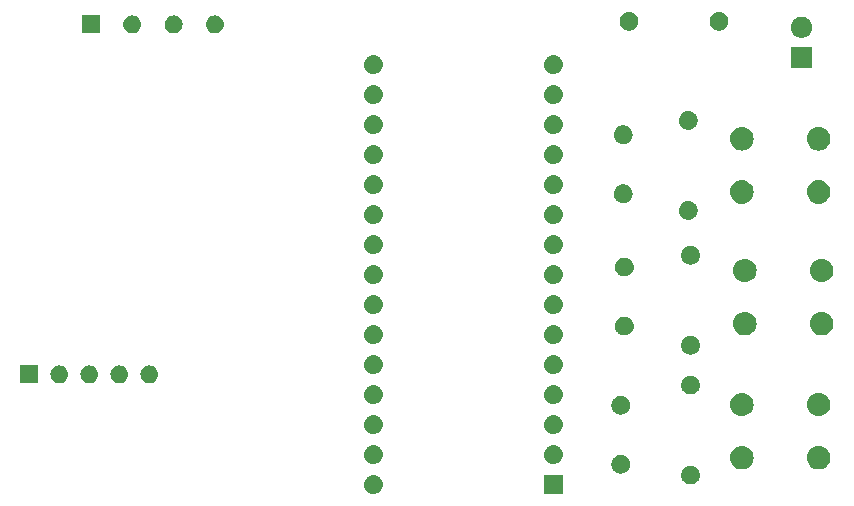
<source format=gts>
G04 #@! TF.GenerationSoftware,KiCad,Pcbnew,8.0.5*
G04 #@! TF.CreationDate,2024-10-27T13:37:53-04:00*
G04 #@! TF.ProjectId,Project1,50726f6a-6563-4743-912e-6b696361645f,rev?*
G04 #@! TF.SameCoordinates,Original*
G04 #@! TF.FileFunction,Soldermask,Top*
G04 #@! TF.FilePolarity,Negative*
%FSLAX46Y46*%
G04 Gerber Fmt 4.6, Leading zero omitted, Abs format (unit mm)*
G04 Created by KiCad (PCBNEW 8.0.5) date 2024-10-27 13:37:53*
%MOMM*%
%LPD*%
G01*
G04 APERTURE LIST*
G04 APERTURE END LIST*
G36*
X159491811Y-88624711D02*
G01*
X159533588Y-88624711D01*
X159580718Y-88634728D01*
X159628017Y-88640058D01*
X159662408Y-88652092D01*
X159697110Y-88659468D01*
X159747117Y-88681733D01*
X159797107Y-88699225D01*
X159823128Y-88715575D01*
X159849835Y-88727466D01*
X159899633Y-88763646D01*
X159948792Y-88794535D01*
X159966444Y-88812187D01*
X159985084Y-88825730D01*
X160031165Y-88876908D01*
X160075465Y-88921208D01*
X160085654Y-88937424D01*
X160096946Y-88949965D01*
X160135573Y-89016870D01*
X160170775Y-89072893D01*
X160175170Y-89085453D01*
X160180535Y-89094746D01*
X160208010Y-89179305D01*
X160229942Y-89241983D01*
X160230773Y-89249363D01*
X160232195Y-89253738D01*
X160245076Y-89376306D01*
X160250000Y-89420000D01*
X160245076Y-89463697D01*
X160232195Y-89586261D01*
X160230773Y-89590635D01*
X160229942Y-89598017D01*
X160208005Y-89660707D01*
X160180535Y-89745253D01*
X160175171Y-89754543D01*
X160170775Y-89767107D01*
X160135566Y-89823140D01*
X160096946Y-89890034D01*
X160085656Y-89902572D01*
X160075465Y-89918792D01*
X160031155Y-89963101D01*
X159985084Y-90014269D01*
X159966448Y-90027808D01*
X159948792Y-90045465D01*
X159899623Y-90076359D01*
X159849835Y-90112533D01*
X159823134Y-90124421D01*
X159797107Y-90140775D01*
X159747107Y-90158270D01*
X159697110Y-90180531D01*
X159662414Y-90187905D01*
X159628017Y-90199942D01*
X159580715Y-90205271D01*
X159533588Y-90215289D01*
X159491811Y-90215289D01*
X159450000Y-90220000D01*
X159408189Y-90215289D01*
X159366412Y-90215289D01*
X159319284Y-90205271D01*
X159271983Y-90199942D01*
X159237586Y-90187906D01*
X159202889Y-90180531D01*
X159152887Y-90158268D01*
X159102893Y-90140775D01*
X159076868Y-90124422D01*
X159050164Y-90112533D01*
X159000369Y-90076355D01*
X158951208Y-90045465D01*
X158933554Y-90027811D01*
X158914915Y-90014269D01*
X158868833Y-89963090D01*
X158824535Y-89918792D01*
X158814345Y-89902575D01*
X158803053Y-89890034D01*
X158764420Y-89823120D01*
X158729225Y-89767107D01*
X158724830Y-89754547D01*
X158719464Y-89745253D01*
X158691980Y-89660667D01*
X158670058Y-89598017D01*
X158669226Y-89590639D01*
X158667804Y-89586261D01*
X158654908Y-89463565D01*
X158650000Y-89420000D01*
X158654908Y-89376438D01*
X158667804Y-89253738D01*
X158669226Y-89249358D01*
X158670058Y-89241983D01*
X158691975Y-89179345D01*
X158719464Y-89094746D01*
X158724831Y-89085449D01*
X158729225Y-89072893D01*
X158764413Y-89016890D01*
X158803053Y-88949965D01*
X158814347Y-88937421D01*
X158824535Y-88921208D01*
X158868826Y-88876916D01*
X158914917Y-88825728D01*
X158933559Y-88812183D01*
X158951208Y-88794535D01*
X159000354Y-88763654D01*
X159050162Y-88727467D01*
X159076873Y-88715574D01*
X159102893Y-88699225D01*
X159152877Y-88681734D01*
X159202889Y-88659468D01*
X159237592Y-88652091D01*
X159271983Y-88640058D01*
X159319281Y-88634728D01*
X159366412Y-88624711D01*
X159408189Y-88624711D01*
X159450000Y-88620000D01*
X159491811Y-88624711D01*
G37*
G36*
X175490000Y-90220000D02*
G01*
X173890000Y-90220000D01*
X173890000Y-88620000D01*
X175490000Y-88620000D01*
X175490000Y-90220000D01*
G37*
G36*
X186341811Y-87824711D02*
G01*
X186383588Y-87824711D01*
X186430718Y-87834728D01*
X186478017Y-87840058D01*
X186512408Y-87852092D01*
X186547110Y-87859468D01*
X186597117Y-87881733D01*
X186647107Y-87899225D01*
X186673128Y-87915575D01*
X186699835Y-87927466D01*
X186749633Y-87963646D01*
X186798792Y-87994535D01*
X186816444Y-88012187D01*
X186835084Y-88025730D01*
X186881165Y-88076908D01*
X186925465Y-88121208D01*
X186935654Y-88137424D01*
X186946946Y-88149965D01*
X186985573Y-88216870D01*
X187020775Y-88272893D01*
X187025170Y-88285453D01*
X187030535Y-88294746D01*
X187058010Y-88379305D01*
X187079942Y-88441983D01*
X187080773Y-88449363D01*
X187082195Y-88453738D01*
X187095076Y-88576306D01*
X187100000Y-88620000D01*
X187095076Y-88663697D01*
X187082195Y-88786261D01*
X187080773Y-88790635D01*
X187079942Y-88798017D01*
X187058005Y-88860707D01*
X187030535Y-88945253D01*
X187025171Y-88954543D01*
X187020775Y-88967107D01*
X186985566Y-89023140D01*
X186946946Y-89090034D01*
X186935656Y-89102572D01*
X186925465Y-89118792D01*
X186881155Y-89163101D01*
X186835084Y-89214269D01*
X186816448Y-89227808D01*
X186798792Y-89245465D01*
X186749623Y-89276359D01*
X186699835Y-89312533D01*
X186673134Y-89324421D01*
X186647107Y-89340775D01*
X186597107Y-89358270D01*
X186547110Y-89380531D01*
X186512414Y-89387905D01*
X186478017Y-89399942D01*
X186430715Y-89405271D01*
X186383588Y-89415289D01*
X186341811Y-89415289D01*
X186300000Y-89420000D01*
X186258189Y-89415289D01*
X186216412Y-89415289D01*
X186169284Y-89405271D01*
X186121983Y-89399942D01*
X186087586Y-89387906D01*
X186052889Y-89380531D01*
X186002887Y-89358268D01*
X185952893Y-89340775D01*
X185926868Y-89324422D01*
X185900164Y-89312533D01*
X185850369Y-89276355D01*
X185801208Y-89245465D01*
X185783554Y-89227811D01*
X185764915Y-89214269D01*
X185718833Y-89163090D01*
X185674535Y-89118792D01*
X185664345Y-89102575D01*
X185653053Y-89090034D01*
X185614420Y-89023120D01*
X185579225Y-88967107D01*
X185574830Y-88954547D01*
X185569464Y-88945253D01*
X185541980Y-88860667D01*
X185520058Y-88798017D01*
X185519226Y-88790639D01*
X185517804Y-88786261D01*
X185504908Y-88663565D01*
X185500000Y-88620000D01*
X185504908Y-88576438D01*
X185517804Y-88453738D01*
X185519226Y-88449358D01*
X185520058Y-88441983D01*
X185541975Y-88379345D01*
X185569464Y-88294746D01*
X185574831Y-88285449D01*
X185579225Y-88272893D01*
X185614413Y-88216890D01*
X185653053Y-88149965D01*
X185664347Y-88137421D01*
X185674535Y-88121208D01*
X185718826Y-88076916D01*
X185764917Y-88025728D01*
X185783559Y-88012183D01*
X185801208Y-87994535D01*
X185850354Y-87963654D01*
X185900162Y-87927467D01*
X185926873Y-87915574D01*
X185952893Y-87899225D01*
X186002877Y-87881734D01*
X186052889Y-87859468D01*
X186087592Y-87852091D01*
X186121983Y-87840058D01*
X186169281Y-87834728D01*
X186216412Y-87824711D01*
X186258189Y-87824711D01*
X186300000Y-87820000D01*
X186341811Y-87824711D01*
G37*
G36*
X180441811Y-86904711D02*
G01*
X180483588Y-86904711D01*
X180530718Y-86914728D01*
X180578017Y-86920058D01*
X180612408Y-86932092D01*
X180647110Y-86939468D01*
X180697117Y-86961733D01*
X180747107Y-86979225D01*
X180773128Y-86995575D01*
X180799835Y-87007466D01*
X180849633Y-87043646D01*
X180898792Y-87074535D01*
X180916444Y-87092187D01*
X180935084Y-87105730D01*
X180981165Y-87156908D01*
X181025465Y-87201208D01*
X181035654Y-87217424D01*
X181046946Y-87229965D01*
X181085573Y-87296870D01*
X181120775Y-87352893D01*
X181125170Y-87365453D01*
X181130535Y-87374746D01*
X181158010Y-87459305D01*
X181179942Y-87521983D01*
X181180773Y-87529363D01*
X181182195Y-87533738D01*
X181195076Y-87656306D01*
X181200000Y-87700000D01*
X181195076Y-87743697D01*
X181182195Y-87866261D01*
X181180773Y-87870635D01*
X181179942Y-87878017D01*
X181158005Y-87940707D01*
X181130535Y-88025253D01*
X181125171Y-88034543D01*
X181120775Y-88047107D01*
X181085566Y-88103140D01*
X181046946Y-88170034D01*
X181035656Y-88182572D01*
X181025465Y-88198792D01*
X180981155Y-88243101D01*
X180935084Y-88294269D01*
X180916448Y-88307808D01*
X180898792Y-88325465D01*
X180849623Y-88356359D01*
X180799835Y-88392533D01*
X180773134Y-88404421D01*
X180747107Y-88420775D01*
X180697107Y-88438270D01*
X180647110Y-88460531D01*
X180612414Y-88467905D01*
X180578017Y-88479942D01*
X180530715Y-88485271D01*
X180483588Y-88495289D01*
X180441811Y-88495289D01*
X180400000Y-88500000D01*
X180358189Y-88495289D01*
X180316412Y-88495289D01*
X180269284Y-88485271D01*
X180221983Y-88479942D01*
X180187586Y-88467906D01*
X180152889Y-88460531D01*
X180102887Y-88438268D01*
X180052893Y-88420775D01*
X180026868Y-88404422D01*
X180000164Y-88392533D01*
X179950369Y-88356355D01*
X179901208Y-88325465D01*
X179883554Y-88307811D01*
X179864915Y-88294269D01*
X179818833Y-88243090D01*
X179774535Y-88198792D01*
X179764345Y-88182575D01*
X179753053Y-88170034D01*
X179714420Y-88103120D01*
X179679225Y-88047107D01*
X179674830Y-88034547D01*
X179669464Y-88025253D01*
X179641980Y-87940667D01*
X179620058Y-87878017D01*
X179619226Y-87870639D01*
X179617804Y-87866261D01*
X179604908Y-87743565D01*
X179600000Y-87700000D01*
X179604908Y-87656438D01*
X179617804Y-87533738D01*
X179619226Y-87529358D01*
X179620058Y-87521983D01*
X179641975Y-87459345D01*
X179669464Y-87374746D01*
X179674831Y-87365449D01*
X179679225Y-87352893D01*
X179714413Y-87296890D01*
X179753053Y-87229965D01*
X179764347Y-87217421D01*
X179774535Y-87201208D01*
X179818826Y-87156916D01*
X179864917Y-87105728D01*
X179883559Y-87092183D01*
X179901208Y-87074535D01*
X179950354Y-87043654D01*
X180000162Y-87007467D01*
X180026873Y-86995574D01*
X180052893Y-86979225D01*
X180102877Y-86961734D01*
X180152889Y-86939468D01*
X180187592Y-86932091D01*
X180221983Y-86920058D01*
X180269281Y-86914728D01*
X180316412Y-86904711D01*
X180358189Y-86904711D01*
X180400000Y-86900000D01*
X180441811Y-86904711D01*
G37*
G36*
X190845090Y-86169215D02*
G01*
X191032683Y-86226120D01*
X191205570Y-86318530D01*
X191357107Y-86442893D01*
X191481470Y-86594430D01*
X191573880Y-86767317D01*
X191630785Y-86954910D01*
X191650000Y-87150000D01*
X191630785Y-87345090D01*
X191573880Y-87532683D01*
X191481470Y-87705570D01*
X191357107Y-87857107D01*
X191205570Y-87981470D01*
X191032683Y-88073880D01*
X190845090Y-88130785D01*
X190650000Y-88150000D01*
X190454910Y-88130785D01*
X190267317Y-88073880D01*
X190094430Y-87981470D01*
X189942893Y-87857107D01*
X189818530Y-87705570D01*
X189726120Y-87532683D01*
X189669215Y-87345090D01*
X189650000Y-87150000D01*
X189669215Y-86954910D01*
X189726120Y-86767317D01*
X189818530Y-86594430D01*
X189942893Y-86442893D01*
X190094430Y-86318530D01*
X190267317Y-86226120D01*
X190454910Y-86169215D01*
X190650000Y-86150000D01*
X190845090Y-86169215D01*
G37*
G36*
X197345090Y-86169215D02*
G01*
X197532683Y-86226120D01*
X197705570Y-86318530D01*
X197857107Y-86442893D01*
X197981470Y-86594430D01*
X198073880Y-86767317D01*
X198130785Y-86954910D01*
X198150000Y-87150000D01*
X198130785Y-87345090D01*
X198073880Y-87532683D01*
X197981470Y-87705570D01*
X197857107Y-87857107D01*
X197705570Y-87981470D01*
X197532683Y-88073880D01*
X197345090Y-88130785D01*
X197150000Y-88150000D01*
X196954910Y-88130785D01*
X196767317Y-88073880D01*
X196594430Y-87981470D01*
X196442893Y-87857107D01*
X196318530Y-87705570D01*
X196226120Y-87532683D01*
X196169215Y-87345090D01*
X196150000Y-87150000D01*
X196169215Y-86954910D01*
X196226120Y-86767317D01*
X196318530Y-86594430D01*
X196442893Y-86442893D01*
X196594430Y-86318530D01*
X196767317Y-86226120D01*
X196954910Y-86169215D01*
X197150000Y-86150000D01*
X197345090Y-86169215D01*
G37*
G36*
X159491811Y-86084711D02*
G01*
X159533588Y-86084711D01*
X159580718Y-86094728D01*
X159628017Y-86100058D01*
X159662408Y-86112092D01*
X159697110Y-86119468D01*
X159747117Y-86141733D01*
X159797107Y-86159225D01*
X159823128Y-86175575D01*
X159849835Y-86187466D01*
X159899633Y-86223646D01*
X159948792Y-86254535D01*
X159966444Y-86272187D01*
X159985084Y-86285730D01*
X160031165Y-86336908D01*
X160075465Y-86381208D01*
X160085654Y-86397424D01*
X160096946Y-86409965D01*
X160135573Y-86476870D01*
X160170775Y-86532893D01*
X160175170Y-86545453D01*
X160180535Y-86554746D01*
X160208010Y-86639305D01*
X160229942Y-86701983D01*
X160230773Y-86709363D01*
X160232195Y-86713738D01*
X160245076Y-86836306D01*
X160250000Y-86880000D01*
X160245076Y-86923697D01*
X160232195Y-87046261D01*
X160230773Y-87050635D01*
X160229942Y-87058017D01*
X160208005Y-87120707D01*
X160180535Y-87205253D01*
X160175171Y-87214543D01*
X160170775Y-87227107D01*
X160135566Y-87283140D01*
X160096946Y-87350034D01*
X160085656Y-87362572D01*
X160075465Y-87378792D01*
X160031155Y-87423101D01*
X159985084Y-87474269D01*
X159966448Y-87487808D01*
X159948792Y-87505465D01*
X159899623Y-87536359D01*
X159849835Y-87572533D01*
X159823134Y-87584421D01*
X159797107Y-87600775D01*
X159747107Y-87618270D01*
X159697110Y-87640531D01*
X159662414Y-87647905D01*
X159628017Y-87659942D01*
X159580715Y-87665271D01*
X159533588Y-87675289D01*
X159491811Y-87675289D01*
X159450000Y-87680000D01*
X159408189Y-87675289D01*
X159366412Y-87675289D01*
X159319284Y-87665271D01*
X159271983Y-87659942D01*
X159237586Y-87647906D01*
X159202889Y-87640531D01*
X159152887Y-87618268D01*
X159102893Y-87600775D01*
X159076868Y-87584422D01*
X159050164Y-87572533D01*
X159000369Y-87536355D01*
X158951208Y-87505465D01*
X158933554Y-87487811D01*
X158914915Y-87474269D01*
X158868833Y-87423090D01*
X158824535Y-87378792D01*
X158814345Y-87362575D01*
X158803053Y-87350034D01*
X158764420Y-87283120D01*
X158729225Y-87227107D01*
X158724830Y-87214547D01*
X158719464Y-87205253D01*
X158691980Y-87120667D01*
X158670058Y-87058017D01*
X158669226Y-87050639D01*
X158667804Y-87046261D01*
X158654908Y-86923565D01*
X158650000Y-86880000D01*
X158654908Y-86836438D01*
X158667804Y-86713738D01*
X158669226Y-86709358D01*
X158670058Y-86701983D01*
X158691975Y-86639345D01*
X158719464Y-86554746D01*
X158724831Y-86545449D01*
X158729225Y-86532893D01*
X158764413Y-86476890D01*
X158803053Y-86409965D01*
X158814347Y-86397421D01*
X158824535Y-86381208D01*
X158868826Y-86336916D01*
X158914917Y-86285728D01*
X158933559Y-86272183D01*
X158951208Y-86254535D01*
X159000354Y-86223654D01*
X159050162Y-86187467D01*
X159076873Y-86175574D01*
X159102893Y-86159225D01*
X159152877Y-86141734D01*
X159202889Y-86119468D01*
X159237592Y-86112091D01*
X159271983Y-86100058D01*
X159319281Y-86094728D01*
X159366412Y-86084711D01*
X159408189Y-86084711D01*
X159450000Y-86080000D01*
X159491811Y-86084711D01*
G37*
G36*
X174731811Y-86084711D02*
G01*
X174773588Y-86084711D01*
X174820718Y-86094728D01*
X174868017Y-86100058D01*
X174902408Y-86112092D01*
X174937110Y-86119468D01*
X174987117Y-86141733D01*
X175037107Y-86159225D01*
X175063128Y-86175575D01*
X175089835Y-86187466D01*
X175139633Y-86223646D01*
X175188792Y-86254535D01*
X175206444Y-86272187D01*
X175225084Y-86285730D01*
X175271165Y-86336908D01*
X175315465Y-86381208D01*
X175325654Y-86397424D01*
X175336946Y-86409965D01*
X175375573Y-86476870D01*
X175410775Y-86532893D01*
X175415170Y-86545453D01*
X175420535Y-86554746D01*
X175448010Y-86639305D01*
X175469942Y-86701983D01*
X175470773Y-86709363D01*
X175472195Y-86713738D01*
X175485076Y-86836306D01*
X175490000Y-86880000D01*
X175485076Y-86923697D01*
X175472195Y-87046261D01*
X175470773Y-87050635D01*
X175469942Y-87058017D01*
X175448005Y-87120707D01*
X175420535Y-87205253D01*
X175415171Y-87214543D01*
X175410775Y-87227107D01*
X175375566Y-87283140D01*
X175336946Y-87350034D01*
X175325656Y-87362572D01*
X175315465Y-87378792D01*
X175271155Y-87423101D01*
X175225084Y-87474269D01*
X175206448Y-87487808D01*
X175188792Y-87505465D01*
X175139623Y-87536359D01*
X175089835Y-87572533D01*
X175063134Y-87584421D01*
X175037107Y-87600775D01*
X174987107Y-87618270D01*
X174937110Y-87640531D01*
X174902414Y-87647905D01*
X174868017Y-87659942D01*
X174820715Y-87665271D01*
X174773588Y-87675289D01*
X174731811Y-87675289D01*
X174690000Y-87680000D01*
X174648189Y-87675289D01*
X174606412Y-87675289D01*
X174559284Y-87665271D01*
X174511983Y-87659942D01*
X174477586Y-87647906D01*
X174442889Y-87640531D01*
X174392887Y-87618268D01*
X174342893Y-87600775D01*
X174316868Y-87584422D01*
X174290164Y-87572533D01*
X174240369Y-87536355D01*
X174191208Y-87505465D01*
X174173554Y-87487811D01*
X174154915Y-87474269D01*
X174108833Y-87423090D01*
X174064535Y-87378792D01*
X174054345Y-87362575D01*
X174043053Y-87350034D01*
X174004420Y-87283120D01*
X173969225Y-87227107D01*
X173964830Y-87214547D01*
X173959464Y-87205253D01*
X173931980Y-87120667D01*
X173910058Y-87058017D01*
X173909226Y-87050639D01*
X173907804Y-87046261D01*
X173894908Y-86923565D01*
X173890000Y-86880000D01*
X173894908Y-86836438D01*
X173907804Y-86713738D01*
X173909226Y-86709358D01*
X173910058Y-86701983D01*
X173931975Y-86639345D01*
X173959464Y-86554746D01*
X173964831Y-86545449D01*
X173969225Y-86532893D01*
X174004413Y-86476890D01*
X174043053Y-86409965D01*
X174054347Y-86397421D01*
X174064535Y-86381208D01*
X174108826Y-86336916D01*
X174154917Y-86285728D01*
X174173559Y-86272183D01*
X174191208Y-86254535D01*
X174240354Y-86223654D01*
X174290162Y-86187467D01*
X174316873Y-86175574D01*
X174342893Y-86159225D01*
X174392877Y-86141734D01*
X174442889Y-86119468D01*
X174477592Y-86112091D01*
X174511983Y-86100058D01*
X174559281Y-86094728D01*
X174606412Y-86084711D01*
X174648189Y-86084711D01*
X174690000Y-86080000D01*
X174731811Y-86084711D01*
G37*
G36*
X159491811Y-83544711D02*
G01*
X159533588Y-83544711D01*
X159580718Y-83554728D01*
X159628017Y-83560058D01*
X159662408Y-83572092D01*
X159697110Y-83579468D01*
X159747117Y-83601733D01*
X159797107Y-83619225D01*
X159823128Y-83635575D01*
X159849835Y-83647466D01*
X159899633Y-83683646D01*
X159948792Y-83714535D01*
X159966444Y-83732187D01*
X159985084Y-83745730D01*
X160031165Y-83796908D01*
X160075465Y-83841208D01*
X160085654Y-83857424D01*
X160096946Y-83869965D01*
X160135573Y-83936870D01*
X160170775Y-83992893D01*
X160175170Y-84005453D01*
X160180535Y-84014746D01*
X160208010Y-84099305D01*
X160229942Y-84161983D01*
X160230773Y-84169363D01*
X160232195Y-84173738D01*
X160245076Y-84296306D01*
X160250000Y-84340000D01*
X160245076Y-84383697D01*
X160232195Y-84506261D01*
X160230773Y-84510635D01*
X160229942Y-84518017D01*
X160208005Y-84580707D01*
X160180535Y-84665253D01*
X160175171Y-84674543D01*
X160170775Y-84687107D01*
X160135566Y-84743140D01*
X160096946Y-84810034D01*
X160085656Y-84822572D01*
X160075465Y-84838792D01*
X160031155Y-84883101D01*
X159985084Y-84934269D01*
X159966448Y-84947808D01*
X159948792Y-84965465D01*
X159899623Y-84996359D01*
X159849835Y-85032533D01*
X159823134Y-85044421D01*
X159797107Y-85060775D01*
X159747107Y-85078270D01*
X159697110Y-85100531D01*
X159662414Y-85107905D01*
X159628017Y-85119942D01*
X159580715Y-85125271D01*
X159533588Y-85135289D01*
X159491811Y-85135289D01*
X159450000Y-85140000D01*
X159408189Y-85135289D01*
X159366412Y-85135289D01*
X159319284Y-85125271D01*
X159271983Y-85119942D01*
X159237586Y-85107906D01*
X159202889Y-85100531D01*
X159152887Y-85078268D01*
X159102893Y-85060775D01*
X159076868Y-85044422D01*
X159050164Y-85032533D01*
X159000369Y-84996355D01*
X158951208Y-84965465D01*
X158933554Y-84947811D01*
X158914915Y-84934269D01*
X158868833Y-84883090D01*
X158824535Y-84838792D01*
X158814345Y-84822575D01*
X158803053Y-84810034D01*
X158764420Y-84743120D01*
X158729225Y-84687107D01*
X158724830Y-84674547D01*
X158719464Y-84665253D01*
X158691980Y-84580667D01*
X158670058Y-84518017D01*
X158669226Y-84510639D01*
X158667804Y-84506261D01*
X158654908Y-84383565D01*
X158650000Y-84340000D01*
X158654908Y-84296438D01*
X158667804Y-84173738D01*
X158669226Y-84169358D01*
X158670058Y-84161983D01*
X158691975Y-84099345D01*
X158719464Y-84014746D01*
X158724831Y-84005449D01*
X158729225Y-83992893D01*
X158764413Y-83936890D01*
X158803053Y-83869965D01*
X158814347Y-83857421D01*
X158824535Y-83841208D01*
X158868826Y-83796916D01*
X158914917Y-83745728D01*
X158933559Y-83732183D01*
X158951208Y-83714535D01*
X159000354Y-83683654D01*
X159050162Y-83647467D01*
X159076873Y-83635574D01*
X159102893Y-83619225D01*
X159152877Y-83601734D01*
X159202889Y-83579468D01*
X159237592Y-83572091D01*
X159271983Y-83560058D01*
X159319281Y-83554728D01*
X159366412Y-83544711D01*
X159408189Y-83544711D01*
X159450000Y-83540000D01*
X159491811Y-83544711D01*
G37*
G36*
X174731811Y-83544711D02*
G01*
X174773588Y-83544711D01*
X174820718Y-83554728D01*
X174868017Y-83560058D01*
X174902408Y-83572092D01*
X174937110Y-83579468D01*
X174987117Y-83601733D01*
X175037107Y-83619225D01*
X175063128Y-83635575D01*
X175089835Y-83647466D01*
X175139633Y-83683646D01*
X175188792Y-83714535D01*
X175206444Y-83732187D01*
X175225084Y-83745730D01*
X175271165Y-83796908D01*
X175315465Y-83841208D01*
X175325654Y-83857424D01*
X175336946Y-83869965D01*
X175375573Y-83936870D01*
X175410775Y-83992893D01*
X175415170Y-84005453D01*
X175420535Y-84014746D01*
X175448010Y-84099305D01*
X175469942Y-84161983D01*
X175470773Y-84169363D01*
X175472195Y-84173738D01*
X175485076Y-84296306D01*
X175490000Y-84340000D01*
X175485076Y-84383697D01*
X175472195Y-84506261D01*
X175470773Y-84510635D01*
X175469942Y-84518017D01*
X175448005Y-84580707D01*
X175420535Y-84665253D01*
X175415171Y-84674543D01*
X175410775Y-84687107D01*
X175375566Y-84743140D01*
X175336946Y-84810034D01*
X175325656Y-84822572D01*
X175315465Y-84838792D01*
X175271155Y-84883101D01*
X175225084Y-84934269D01*
X175206448Y-84947808D01*
X175188792Y-84965465D01*
X175139623Y-84996359D01*
X175089835Y-85032533D01*
X175063134Y-85044421D01*
X175037107Y-85060775D01*
X174987107Y-85078270D01*
X174937110Y-85100531D01*
X174902414Y-85107905D01*
X174868017Y-85119942D01*
X174820715Y-85125271D01*
X174773588Y-85135289D01*
X174731811Y-85135289D01*
X174690000Y-85140000D01*
X174648189Y-85135289D01*
X174606412Y-85135289D01*
X174559284Y-85125271D01*
X174511983Y-85119942D01*
X174477586Y-85107906D01*
X174442889Y-85100531D01*
X174392887Y-85078268D01*
X174342893Y-85060775D01*
X174316868Y-85044422D01*
X174290164Y-85032533D01*
X174240369Y-84996355D01*
X174191208Y-84965465D01*
X174173554Y-84947811D01*
X174154915Y-84934269D01*
X174108833Y-84883090D01*
X174064535Y-84838792D01*
X174054345Y-84822575D01*
X174043053Y-84810034D01*
X174004420Y-84743120D01*
X173969225Y-84687107D01*
X173964830Y-84674547D01*
X173959464Y-84665253D01*
X173931980Y-84580667D01*
X173910058Y-84518017D01*
X173909226Y-84510639D01*
X173907804Y-84506261D01*
X173894908Y-84383565D01*
X173890000Y-84340000D01*
X173894908Y-84296438D01*
X173907804Y-84173738D01*
X173909226Y-84169358D01*
X173910058Y-84161983D01*
X173931975Y-84099345D01*
X173959464Y-84014746D01*
X173964831Y-84005449D01*
X173969225Y-83992893D01*
X174004413Y-83936890D01*
X174043053Y-83869965D01*
X174054347Y-83857421D01*
X174064535Y-83841208D01*
X174108826Y-83796916D01*
X174154917Y-83745728D01*
X174173559Y-83732183D01*
X174191208Y-83714535D01*
X174240354Y-83683654D01*
X174290162Y-83647467D01*
X174316873Y-83635574D01*
X174342893Y-83619225D01*
X174392877Y-83601734D01*
X174442889Y-83579468D01*
X174477592Y-83572091D01*
X174511983Y-83560058D01*
X174559281Y-83554728D01*
X174606412Y-83544711D01*
X174648189Y-83544711D01*
X174690000Y-83540000D01*
X174731811Y-83544711D01*
G37*
G36*
X190845090Y-81669215D02*
G01*
X191032683Y-81726120D01*
X191205570Y-81818530D01*
X191357107Y-81942893D01*
X191481470Y-82094430D01*
X191573880Y-82267317D01*
X191630785Y-82454910D01*
X191650000Y-82650000D01*
X191630785Y-82845090D01*
X191573880Y-83032683D01*
X191481470Y-83205570D01*
X191357107Y-83357107D01*
X191205570Y-83481470D01*
X191032683Y-83573880D01*
X190845090Y-83630785D01*
X190650000Y-83650000D01*
X190454910Y-83630785D01*
X190267317Y-83573880D01*
X190094430Y-83481470D01*
X189942893Y-83357107D01*
X189818530Y-83205570D01*
X189726120Y-83032683D01*
X189669215Y-82845090D01*
X189650000Y-82650000D01*
X189669215Y-82454910D01*
X189726120Y-82267317D01*
X189818530Y-82094430D01*
X189942893Y-81942893D01*
X190094430Y-81818530D01*
X190267317Y-81726120D01*
X190454910Y-81669215D01*
X190650000Y-81650000D01*
X190845090Y-81669215D01*
G37*
G36*
X197345090Y-81669215D02*
G01*
X197532683Y-81726120D01*
X197705570Y-81818530D01*
X197857107Y-81942893D01*
X197981470Y-82094430D01*
X198073880Y-82267317D01*
X198130785Y-82454910D01*
X198150000Y-82650000D01*
X198130785Y-82845090D01*
X198073880Y-83032683D01*
X197981470Y-83205570D01*
X197857107Y-83357107D01*
X197705570Y-83481470D01*
X197532683Y-83573880D01*
X197345090Y-83630785D01*
X197150000Y-83650000D01*
X196954910Y-83630785D01*
X196767317Y-83573880D01*
X196594430Y-83481470D01*
X196442893Y-83357107D01*
X196318530Y-83205570D01*
X196226120Y-83032683D01*
X196169215Y-82845090D01*
X196150000Y-82650000D01*
X196169215Y-82454910D01*
X196226120Y-82267317D01*
X196318530Y-82094430D01*
X196442893Y-81942893D01*
X196594430Y-81818530D01*
X196767317Y-81726120D01*
X196954910Y-81669215D01*
X197150000Y-81650000D01*
X197345090Y-81669215D01*
G37*
G36*
X180441811Y-81904711D02*
G01*
X180483588Y-81904711D01*
X180530718Y-81914728D01*
X180578017Y-81920058D01*
X180612408Y-81932092D01*
X180647110Y-81939468D01*
X180697117Y-81961733D01*
X180747107Y-81979225D01*
X180773128Y-81995575D01*
X180799835Y-82007466D01*
X180849633Y-82043646D01*
X180898792Y-82074535D01*
X180916444Y-82092187D01*
X180935084Y-82105730D01*
X180981165Y-82156908D01*
X181025465Y-82201208D01*
X181035654Y-82217424D01*
X181046946Y-82229965D01*
X181085573Y-82296870D01*
X181120775Y-82352893D01*
X181125170Y-82365453D01*
X181130535Y-82374746D01*
X181158010Y-82459305D01*
X181179942Y-82521983D01*
X181180773Y-82529363D01*
X181182195Y-82533738D01*
X181195076Y-82656306D01*
X181200000Y-82700000D01*
X181195076Y-82743697D01*
X181182195Y-82866261D01*
X181180773Y-82870635D01*
X181179942Y-82878017D01*
X181158005Y-82940707D01*
X181130535Y-83025253D01*
X181125171Y-83034543D01*
X181120775Y-83047107D01*
X181085566Y-83103140D01*
X181046946Y-83170034D01*
X181035656Y-83182572D01*
X181025465Y-83198792D01*
X180981155Y-83243101D01*
X180935084Y-83294269D01*
X180916448Y-83307808D01*
X180898792Y-83325465D01*
X180849623Y-83356359D01*
X180799835Y-83392533D01*
X180773134Y-83404421D01*
X180747107Y-83420775D01*
X180697107Y-83438270D01*
X180647110Y-83460531D01*
X180612414Y-83467905D01*
X180578017Y-83479942D01*
X180530715Y-83485271D01*
X180483588Y-83495289D01*
X180441811Y-83495289D01*
X180400000Y-83500000D01*
X180358189Y-83495289D01*
X180316412Y-83495289D01*
X180269284Y-83485271D01*
X180221983Y-83479942D01*
X180187586Y-83467906D01*
X180152889Y-83460531D01*
X180102887Y-83438268D01*
X180052893Y-83420775D01*
X180026868Y-83404422D01*
X180000164Y-83392533D01*
X179950369Y-83356355D01*
X179901208Y-83325465D01*
X179883554Y-83307811D01*
X179864915Y-83294269D01*
X179818833Y-83243090D01*
X179774535Y-83198792D01*
X179764345Y-83182575D01*
X179753053Y-83170034D01*
X179714420Y-83103120D01*
X179679225Y-83047107D01*
X179674830Y-83034547D01*
X179669464Y-83025253D01*
X179641980Y-82940667D01*
X179620058Y-82878017D01*
X179619226Y-82870639D01*
X179617804Y-82866261D01*
X179604908Y-82743565D01*
X179600000Y-82700000D01*
X179604908Y-82656438D01*
X179617804Y-82533738D01*
X179619226Y-82529358D01*
X179620058Y-82521983D01*
X179641975Y-82459345D01*
X179669464Y-82374746D01*
X179674831Y-82365449D01*
X179679225Y-82352893D01*
X179714413Y-82296890D01*
X179753053Y-82229965D01*
X179764347Y-82217421D01*
X179774535Y-82201208D01*
X179818826Y-82156916D01*
X179864917Y-82105728D01*
X179883559Y-82092183D01*
X179901208Y-82074535D01*
X179950354Y-82043654D01*
X180000162Y-82007467D01*
X180026873Y-81995574D01*
X180052893Y-81979225D01*
X180102877Y-81961734D01*
X180152889Y-81939468D01*
X180187592Y-81932091D01*
X180221983Y-81920058D01*
X180269281Y-81914728D01*
X180316412Y-81904711D01*
X180358189Y-81904711D01*
X180400000Y-81900000D01*
X180441811Y-81904711D01*
G37*
G36*
X159491811Y-81004711D02*
G01*
X159533588Y-81004711D01*
X159580718Y-81014728D01*
X159628017Y-81020058D01*
X159662408Y-81032092D01*
X159697110Y-81039468D01*
X159747117Y-81061733D01*
X159797107Y-81079225D01*
X159823128Y-81095575D01*
X159849835Y-81107466D01*
X159899633Y-81143646D01*
X159948792Y-81174535D01*
X159966444Y-81192187D01*
X159985084Y-81205730D01*
X160031165Y-81256908D01*
X160075465Y-81301208D01*
X160085654Y-81317424D01*
X160096946Y-81329965D01*
X160135573Y-81396870D01*
X160170775Y-81452893D01*
X160175170Y-81465453D01*
X160180535Y-81474746D01*
X160208010Y-81559305D01*
X160229942Y-81621983D01*
X160230773Y-81629363D01*
X160232195Y-81633738D01*
X160245076Y-81756306D01*
X160250000Y-81800000D01*
X160245076Y-81843697D01*
X160232195Y-81966261D01*
X160230773Y-81970635D01*
X160229942Y-81978017D01*
X160208005Y-82040707D01*
X160180535Y-82125253D01*
X160175171Y-82134543D01*
X160170775Y-82147107D01*
X160135566Y-82203140D01*
X160096946Y-82270034D01*
X160085656Y-82282572D01*
X160075465Y-82298792D01*
X160031155Y-82343101D01*
X159985084Y-82394269D01*
X159966448Y-82407808D01*
X159948792Y-82425465D01*
X159899623Y-82456359D01*
X159849835Y-82492533D01*
X159823134Y-82504421D01*
X159797107Y-82520775D01*
X159747107Y-82538270D01*
X159697110Y-82560531D01*
X159662414Y-82567905D01*
X159628017Y-82579942D01*
X159580715Y-82585271D01*
X159533588Y-82595289D01*
X159491811Y-82595289D01*
X159450000Y-82600000D01*
X159408189Y-82595289D01*
X159366412Y-82595289D01*
X159319284Y-82585271D01*
X159271983Y-82579942D01*
X159237586Y-82567906D01*
X159202889Y-82560531D01*
X159152887Y-82538268D01*
X159102893Y-82520775D01*
X159076868Y-82504422D01*
X159050164Y-82492533D01*
X159000369Y-82456355D01*
X158951208Y-82425465D01*
X158933554Y-82407811D01*
X158914915Y-82394269D01*
X158868833Y-82343090D01*
X158824535Y-82298792D01*
X158814345Y-82282575D01*
X158803053Y-82270034D01*
X158764420Y-82203120D01*
X158729225Y-82147107D01*
X158724830Y-82134547D01*
X158719464Y-82125253D01*
X158691980Y-82040667D01*
X158670058Y-81978017D01*
X158669226Y-81970639D01*
X158667804Y-81966261D01*
X158654908Y-81843565D01*
X158650000Y-81800000D01*
X158654908Y-81756438D01*
X158667804Y-81633738D01*
X158669226Y-81629358D01*
X158670058Y-81621983D01*
X158691975Y-81559345D01*
X158719464Y-81474746D01*
X158724831Y-81465449D01*
X158729225Y-81452893D01*
X158764413Y-81396890D01*
X158803053Y-81329965D01*
X158814347Y-81317421D01*
X158824535Y-81301208D01*
X158868826Y-81256916D01*
X158914917Y-81205728D01*
X158933559Y-81192183D01*
X158951208Y-81174535D01*
X159000354Y-81143654D01*
X159050162Y-81107467D01*
X159076873Y-81095574D01*
X159102893Y-81079225D01*
X159152877Y-81061734D01*
X159202889Y-81039468D01*
X159237592Y-81032091D01*
X159271983Y-81020058D01*
X159319281Y-81014728D01*
X159366412Y-81004711D01*
X159408189Y-81004711D01*
X159450000Y-81000000D01*
X159491811Y-81004711D01*
G37*
G36*
X174731811Y-81004711D02*
G01*
X174773588Y-81004711D01*
X174820718Y-81014728D01*
X174868017Y-81020058D01*
X174902408Y-81032092D01*
X174937110Y-81039468D01*
X174987117Y-81061733D01*
X175037107Y-81079225D01*
X175063128Y-81095575D01*
X175089835Y-81107466D01*
X175139633Y-81143646D01*
X175188792Y-81174535D01*
X175206444Y-81192187D01*
X175225084Y-81205730D01*
X175271165Y-81256908D01*
X175315465Y-81301208D01*
X175325654Y-81317424D01*
X175336946Y-81329965D01*
X175375573Y-81396870D01*
X175410775Y-81452893D01*
X175415170Y-81465453D01*
X175420535Y-81474746D01*
X175448010Y-81559305D01*
X175469942Y-81621983D01*
X175470773Y-81629363D01*
X175472195Y-81633738D01*
X175485076Y-81756306D01*
X175490000Y-81800000D01*
X175485076Y-81843697D01*
X175472195Y-81966261D01*
X175470773Y-81970635D01*
X175469942Y-81978017D01*
X175448005Y-82040707D01*
X175420535Y-82125253D01*
X175415171Y-82134543D01*
X175410775Y-82147107D01*
X175375566Y-82203140D01*
X175336946Y-82270034D01*
X175325656Y-82282572D01*
X175315465Y-82298792D01*
X175271155Y-82343101D01*
X175225084Y-82394269D01*
X175206448Y-82407808D01*
X175188792Y-82425465D01*
X175139623Y-82456359D01*
X175089835Y-82492533D01*
X175063134Y-82504421D01*
X175037107Y-82520775D01*
X174987107Y-82538270D01*
X174937110Y-82560531D01*
X174902414Y-82567905D01*
X174868017Y-82579942D01*
X174820715Y-82585271D01*
X174773588Y-82595289D01*
X174731811Y-82595289D01*
X174690000Y-82600000D01*
X174648189Y-82595289D01*
X174606412Y-82595289D01*
X174559284Y-82585271D01*
X174511983Y-82579942D01*
X174477586Y-82567906D01*
X174442889Y-82560531D01*
X174392887Y-82538268D01*
X174342893Y-82520775D01*
X174316868Y-82504422D01*
X174290164Y-82492533D01*
X174240369Y-82456355D01*
X174191208Y-82425465D01*
X174173554Y-82407811D01*
X174154915Y-82394269D01*
X174108833Y-82343090D01*
X174064535Y-82298792D01*
X174054345Y-82282575D01*
X174043053Y-82270034D01*
X174004420Y-82203120D01*
X173969225Y-82147107D01*
X173964830Y-82134547D01*
X173959464Y-82125253D01*
X173931980Y-82040667D01*
X173910058Y-81978017D01*
X173909226Y-81970639D01*
X173907804Y-81966261D01*
X173894908Y-81843565D01*
X173890000Y-81800000D01*
X173894908Y-81756438D01*
X173907804Y-81633738D01*
X173909226Y-81629358D01*
X173910058Y-81621983D01*
X173931975Y-81559345D01*
X173959464Y-81474746D01*
X173964831Y-81465449D01*
X173969225Y-81452893D01*
X174004413Y-81396890D01*
X174043053Y-81329965D01*
X174054347Y-81317421D01*
X174064535Y-81301208D01*
X174108826Y-81256916D01*
X174154917Y-81205728D01*
X174173559Y-81192183D01*
X174191208Y-81174535D01*
X174240354Y-81143654D01*
X174290162Y-81107467D01*
X174316873Y-81095574D01*
X174342893Y-81079225D01*
X174392877Y-81061734D01*
X174442889Y-81039468D01*
X174477592Y-81032091D01*
X174511983Y-81020058D01*
X174559281Y-81014728D01*
X174606412Y-81004711D01*
X174648189Y-81004711D01*
X174690000Y-81000000D01*
X174731811Y-81004711D01*
G37*
G36*
X186341811Y-80204711D02*
G01*
X186383588Y-80204711D01*
X186430718Y-80214728D01*
X186478017Y-80220058D01*
X186512408Y-80232092D01*
X186547110Y-80239468D01*
X186597117Y-80261733D01*
X186647107Y-80279225D01*
X186673128Y-80295575D01*
X186699835Y-80307466D01*
X186749633Y-80343646D01*
X186798792Y-80374535D01*
X186816444Y-80392187D01*
X186835084Y-80405730D01*
X186881165Y-80456908D01*
X186925465Y-80501208D01*
X186935654Y-80517424D01*
X186946946Y-80529965D01*
X186985573Y-80596870D01*
X187020775Y-80652893D01*
X187025170Y-80665453D01*
X187030535Y-80674746D01*
X187058010Y-80759305D01*
X187079942Y-80821983D01*
X187080773Y-80829363D01*
X187082195Y-80833738D01*
X187095076Y-80956306D01*
X187100000Y-81000000D01*
X187095076Y-81043697D01*
X187082195Y-81166261D01*
X187080773Y-81170635D01*
X187079942Y-81178017D01*
X187058005Y-81240707D01*
X187030535Y-81325253D01*
X187025171Y-81334543D01*
X187020775Y-81347107D01*
X186985566Y-81403140D01*
X186946946Y-81470034D01*
X186935656Y-81482572D01*
X186925465Y-81498792D01*
X186881155Y-81543101D01*
X186835084Y-81594269D01*
X186816448Y-81607808D01*
X186798792Y-81625465D01*
X186749623Y-81656359D01*
X186699835Y-81692533D01*
X186673134Y-81704421D01*
X186647107Y-81720775D01*
X186597107Y-81738270D01*
X186547110Y-81760531D01*
X186512414Y-81767905D01*
X186478017Y-81779942D01*
X186430715Y-81785271D01*
X186383588Y-81795289D01*
X186341811Y-81795289D01*
X186300000Y-81800000D01*
X186258189Y-81795289D01*
X186216412Y-81795289D01*
X186169284Y-81785271D01*
X186121983Y-81779942D01*
X186087586Y-81767906D01*
X186052889Y-81760531D01*
X186002887Y-81738268D01*
X185952893Y-81720775D01*
X185926868Y-81704422D01*
X185900164Y-81692533D01*
X185850369Y-81656355D01*
X185801208Y-81625465D01*
X185783554Y-81607811D01*
X185764915Y-81594269D01*
X185718833Y-81543090D01*
X185674535Y-81498792D01*
X185664345Y-81482575D01*
X185653053Y-81470034D01*
X185614420Y-81403120D01*
X185579225Y-81347107D01*
X185574830Y-81334547D01*
X185569464Y-81325253D01*
X185541980Y-81240667D01*
X185520058Y-81178017D01*
X185519226Y-81170639D01*
X185517804Y-81166261D01*
X185504908Y-81043565D01*
X185500000Y-81000000D01*
X185504908Y-80956438D01*
X185517804Y-80833738D01*
X185519226Y-80829358D01*
X185520058Y-80821983D01*
X185541975Y-80759345D01*
X185569464Y-80674746D01*
X185574831Y-80665449D01*
X185579225Y-80652893D01*
X185614413Y-80596890D01*
X185653053Y-80529965D01*
X185664347Y-80517421D01*
X185674535Y-80501208D01*
X185718826Y-80456916D01*
X185764917Y-80405728D01*
X185783559Y-80392183D01*
X185801208Y-80374535D01*
X185850354Y-80343654D01*
X185900162Y-80307467D01*
X185926873Y-80295574D01*
X185952893Y-80279225D01*
X186002877Y-80261734D01*
X186052889Y-80239468D01*
X186087592Y-80232091D01*
X186121983Y-80220058D01*
X186169281Y-80214728D01*
X186216412Y-80204711D01*
X186258189Y-80204711D01*
X186300000Y-80200000D01*
X186341811Y-80204711D01*
G37*
G36*
X131082000Y-80862000D02*
G01*
X129558000Y-80862000D01*
X129558000Y-79338000D01*
X131082000Y-79338000D01*
X131082000Y-80862000D01*
G37*
G36*
X133029561Y-79357105D02*
G01*
X133190619Y-79413462D01*
X133335099Y-79504244D01*
X133455756Y-79624901D01*
X133546538Y-79769381D01*
X133602895Y-79930439D01*
X133622000Y-80100000D01*
X133602895Y-80269561D01*
X133546538Y-80430619D01*
X133455756Y-80575099D01*
X133335099Y-80695756D01*
X133190619Y-80786538D01*
X133029561Y-80842895D01*
X132860000Y-80862000D01*
X132690439Y-80842895D01*
X132529381Y-80786538D01*
X132384901Y-80695756D01*
X132264244Y-80575099D01*
X132173462Y-80430619D01*
X132117105Y-80269561D01*
X132098000Y-80100000D01*
X132117105Y-79930439D01*
X132173462Y-79769381D01*
X132264244Y-79624901D01*
X132384901Y-79504244D01*
X132529381Y-79413462D01*
X132690439Y-79357105D01*
X132860000Y-79338000D01*
X133029561Y-79357105D01*
G37*
G36*
X135569561Y-79357105D02*
G01*
X135730619Y-79413462D01*
X135875099Y-79504244D01*
X135995756Y-79624901D01*
X136086538Y-79769381D01*
X136142895Y-79930439D01*
X136162000Y-80100000D01*
X136142895Y-80269561D01*
X136086538Y-80430619D01*
X135995756Y-80575099D01*
X135875099Y-80695756D01*
X135730619Y-80786538D01*
X135569561Y-80842895D01*
X135400000Y-80862000D01*
X135230439Y-80842895D01*
X135069381Y-80786538D01*
X134924901Y-80695756D01*
X134804244Y-80575099D01*
X134713462Y-80430619D01*
X134657105Y-80269561D01*
X134638000Y-80100000D01*
X134657105Y-79930439D01*
X134713462Y-79769381D01*
X134804244Y-79624901D01*
X134924901Y-79504244D01*
X135069381Y-79413462D01*
X135230439Y-79357105D01*
X135400000Y-79338000D01*
X135569561Y-79357105D01*
G37*
G36*
X138109561Y-79357105D02*
G01*
X138270619Y-79413462D01*
X138415099Y-79504244D01*
X138535756Y-79624901D01*
X138626538Y-79769381D01*
X138682895Y-79930439D01*
X138702000Y-80100000D01*
X138682895Y-80269561D01*
X138626538Y-80430619D01*
X138535756Y-80575099D01*
X138415099Y-80695756D01*
X138270619Y-80786538D01*
X138109561Y-80842895D01*
X137940000Y-80862000D01*
X137770439Y-80842895D01*
X137609381Y-80786538D01*
X137464901Y-80695756D01*
X137344244Y-80575099D01*
X137253462Y-80430619D01*
X137197105Y-80269561D01*
X137178000Y-80100000D01*
X137197105Y-79930439D01*
X137253462Y-79769381D01*
X137344244Y-79624901D01*
X137464901Y-79504244D01*
X137609381Y-79413462D01*
X137770439Y-79357105D01*
X137940000Y-79338000D01*
X138109561Y-79357105D01*
G37*
G36*
X140649561Y-79357105D02*
G01*
X140810619Y-79413462D01*
X140955099Y-79504244D01*
X141075756Y-79624901D01*
X141166538Y-79769381D01*
X141222895Y-79930439D01*
X141242000Y-80100000D01*
X141222895Y-80269561D01*
X141166538Y-80430619D01*
X141075756Y-80575099D01*
X140955099Y-80695756D01*
X140810619Y-80786538D01*
X140649561Y-80842895D01*
X140480000Y-80862000D01*
X140310439Y-80842895D01*
X140149381Y-80786538D01*
X140004901Y-80695756D01*
X139884244Y-80575099D01*
X139793462Y-80430619D01*
X139737105Y-80269561D01*
X139718000Y-80100000D01*
X139737105Y-79930439D01*
X139793462Y-79769381D01*
X139884244Y-79624901D01*
X140004901Y-79504244D01*
X140149381Y-79413462D01*
X140310439Y-79357105D01*
X140480000Y-79338000D01*
X140649561Y-79357105D01*
G37*
G36*
X159491811Y-78464711D02*
G01*
X159533588Y-78464711D01*
X159580718Y-78474728D01*
X159628017Y-78480058D01*
X159662408Y-78492092D01*
X159697110Y-78499468D01*
X159747117Y-78521733D01*
X159797107Y-78539225D01*
X159823128Y-78555575D01*
X159849835Y-78567466D01*
X159899633Y-78603646D01*
X159948792Y-78634535D01*
X159966444Y-78652187D01*
X159985084Y-78665730D01*
X160031165Y-78716908D01*
X160075465Y-78761208D01*
X160085654Y-78777424D01*
X160096946Y-78789965D01*
X160135573Y-78856870D01*
X160170775Y-78912893D01*
X160175170Y-78925453D01*
X160180535Y-78934746D01*
X160208010Y-79019305D01*
X160229942Y-79081983D01*
X160230773Y-79089363D01*
X160232195Y-79093738D01*
X160245076Y-79216306D01*
X160250000Y-79260000D01*
X160245076Y-79303697D01*
X160232195Y-79426261D01*
X160230773Y-79430635D01*
X160229942Y-79438017D01*
X160208005Y-79500707D01*
X160180535Y-79585253D01*
X160175171Y-79594543D01*
X160170775Y-79607107D01*
X160135566Y-79663140D01*
X160096946Y-79730034D01*
X160085656Y-79742572D01*
X160075465Y-79758792D01*
X160031155Y-79803101D01*
X159985084Y-79854269D01*
X159966448Y-79867808D01*
X159948792Y-79885465D01*
X159899623Y-79916359D01*
X159849835Y-79952533D01*
X159823134Y-79964421D01*
X159797107Y-79980775D01*
X159747107Y-79998270D01*
X159697110Y-80020531D01*
X159662414Y-80027905D01*
X159628017Y-80039942D01*
X159580715Y-80045271D01*
X159533588Y-80055289D01*
X159491811Y-80055289D01*
X159450000Y-80060000D01*
X159408189Y-80055289D01*
X159366412Y-80055289D01*
X159319284Y-80045271D01*
X159271983Y-80039942D01*
X159237586Y-80027906D01*
X159202889Y-80020531D01*
X159152887Y-79998268D01*
X159102893Y-79980775D01*
X159076868Y-79964422D01*
X159050164Y-79952533D01*
X159000369Y-79916355D01*
X158951208Y-79885465D01*
X158933554Y-79867811D01*
X158914915Y-79854269D01*
X158868833Y-79803090D01*
X158824535Y-79758792D01*
X158814345Y-79742575D01*
X158803053Y-79730034D01*
X158764420Y-79663120D01*
X158729225Y-79607107D01*
X158724830Y-79594547D01*
X158719464Y-79585253D01*
X158691980Y-79500667D01*
X158670058Y-79438017D01*
X158669226Y-79430639D01*
X158667804Y-79426261D01*
X158654908Y-79303565D01*
X158650000Y-79260000D01*
X158654908Y-79216438D01*
X158667804Y-79093738D01*
X158669226Y-79089358D01*
X158670058Y-79081983D01*
X158691975Y-79019345D01*
X158719464Y-78934746D01*
X158724831Y-78925449D01*
X158729225Y-78912893D01*
X158764413Y-78856890D01*
X158803053Y-78789965D01*
X158814347Y-78777421D01*
X158824535Y-78761208D01*
X158868826Y-78716916D01*
X158914917Y-78665728D01*
X158933559Y-78652183D01*
X158951208Y-78634535D01*
X159000354Y-78603654D01*
X159050162Y-78567467D01*
X159076873Y-78555574D01*
X159102893Y-78539225D01*
X159152877Y-78521734D01*
X159202889Y-78499468D01*
X159237592Y-78492091D01*
X159271983Y-78480058D01*
X159319281Y-78474728D01*
X159366412Y-78464711D01*
X159408189Y-78464711D01*
X159450000Y-78460000D01*
X159491811Y-78464711D01*
G37*
G36*
X174731811Y-78464711D02*
G01*
X174773588Y-78464711D01*
X174820718Y-78474728D01*
X174868017Y-78480058D01*
X174902408Y-78492092D01*
X174937110Y-78499468D01*
X174987117Y-78521733D01*
X175037107Y-78539225D01*
X175063128Y-78555575D01*
X175089835Y-78567466D01*
X175139633Y-78603646D01*
X175188792Y-78634535D01*
X175206444Y-78652187D01*
X175225084Y-78665730D01*
X175271165Y-78716908D01*
X175315465Y-78761208D01*
X175325654Y-78777424D01*
X175336946Y-78789965D01*
X175375573Y-78856870D01*
X175410775Y-78912893D01*
X175415170Y-78925453D01*
X175420535Y-78934746D01*
X175448010Y-79019305D01*
X175469942Y-79081983D01*
X175470773Y-79089363D01*
X175472195Y-79093738D01*
X175485076Y-79216306D01*
X175490000Y-79260000D01*
X175485076Y-79303697D01*
X175472195Y-79426261D01*
X175470773Y-79430635D01*
X175469942Y-79438017D01*
X175448005Y-79500707D01*
X175420535Y-79585253D01*
X175415171Y-79594543D01*
X175410775Y-79607107D01*
X175375566Y-79663140D01*
X175336946Y-79730034D01*
X175325656Y-79742572D01*
X175315465Y-79758792D01*
X175271155Y-79803101D01*
X175225084Y-79854269D01*
X175206448Y-79867808D01*
X175188792Y-79885465D01*
X175139623Y-79916359D01*
X175089835Y-79952533D01*
X175063134Y-79964421D01*
X175037107Y-79980775D01*
X174987107Y-79998270D01*
X174937110Y-80020531D01*
X174902414Y-80027905D01*
X174868017Y-80039942D01*
X174820715Y-80045271D01*
X174773588Y-80055289D01*
X174731811Y-80055289D01*
X174690000Y-80060000D01*
X174648189Y-80055289D01*
X174606412Y-80055289D01*
X174559284Y-80045271D01*
X174511983Y-80039942D01*
X174477586Y-80027906D01*
X174442889Y-80020531D01*
X174392887Y-79998268D01*
X174342893Y-79980775D01*
X174316868Y-79964422D01*
X174290164Y-79952533D01*
X174240369Y-79916355D01*
X174191208Y-79885465D01*
X174173554Y-79867811D01*
X174154915Y-79854269D01*
X174108833Y-79803090D01*
X174064535Y-79758792D01*
X174054345Y-79742575D01*
X174043053Y-79730034D01*
X174004420Y-79663120D01*
X173969225Y-79607107D01*
X173964830Y-79594547D01*
X173959464Y-79585253D01*
X173931980Y-79500667D01*
X173910058Y-79438017D01*
X173909226Y-79430639D01*
X173907804Y-79426261D01*
X173894908Y-79303565D01*
X173890000Y-79260000D01*
X173894908Y-79216438D01*
X173907804Y-79093738D01*
X173909226Y-79089358D01*
X173910058Y-79081983D01*
X173931975Y-79019345D01*
X173959464Y-78934746D01*
X173964831Y-78925449D01*
X173969225Y-78912893D01*
X174004413Y-78856890D01*
X174043053Y-78789965D01*
X174054347Y-78777421D01*
X174064535Y-78761208D01*
X174108826Y-78716916D01*
X174154917Y-78665728D01*
X174173559Y-78652183D01*
X174191208Y-78634535D01*
X174240354Y-78603654D01*
X174290162Y-78567467D01*
X174316873Y-78555574D01*
X174342893Y-78539225D01*
X174392877Y-78521734D01*
X174442889Y-78499468D01*
X174477592Y-78492091D01*
X174511983Y-78480058D01*
X174559281Y-78474728D01*
X174606412Y-78464711D01*
X174648189Y-78464711D01*
X174690000Y-78460000D01*
X174731811Y-78464711D01*
G37*
G36*
X186341811Y-76824711D02*
G01*
X186383588Y-76824711D01*
X186430718Y-76834728D01*
X186478017Y-76840058D01*
X186512408Y-76852092D01*
X186547110Y-76859468D01*
X186597117Y-76881733D01*
X186647107Y-76899225D01*
X186673128Y-76915575D01*
X186699835Y-76927466D01*
X186749633Y-76963646D01*
X186798792Y-76994535D01*
X186816444Y-77012187D01*
X186835084Y-77025730D01*
X186881165Y-77076908D01*
X186925465Y-77121208D01*
X186935654Y-77137424D01*
X186946946Y-77149965D01*
X186985573Y-77216870D01*
X187020775Y-77272893D01*
X187025170Y-77285453D01*
X187030535Y-77294746D01*
X187058010Y-77379305D01*
X187079942Y-77441983D01*
X187080773Y-77449363D01*
X187082195Y-77453738D01*
X187095076Y-77576306D01*
X187100000Y-77620000D01*
X187095076Y-77663697D01*
X187082195Y-77786261D01*
X187080773Y-77790635D01*
X187079942Y-77798017D01*
X187058005Y-77860707D01*
X187030535Y-77945253D01*
X187025171Y-77954543D01*
X187020775Y-77967107D01*
X186985566Y-78023140D01*
X186946946Y-78090034D01*
X186935656Y-78102572D01*
X186925465Y-78118792D01*
X186881155Y-78163101D01*
X186835084Y-78214269D01*
X186816448Y-78227808D01*
X186798792Y-78245465D01*
X186749623Y-78276359D01*
X186699835Y-78312533D01*
X186673134Y-78324421D01*
X186647107Y-78340775D01*
X186597107Y-78358270D01*
X186547110Y-78380531D01*
X186512414Y-78387905D01*
X186478017Y-78399942D01*
X186430715Y-78405271D01*
X186383588Y-78415289D01*
X186341811Y-78415289D01*
X186300000Y-78420000D01*
X186258189Y-78415289D01*
X186216412Y-78415289D01*
X186169284Y-78405271D01*
X186121983Y-78399942D01*
X186087586Y-78387906D01*
X186052889Y-78380531D01*
X186002887Y-78358268D01*
X185952893Y-78340775D01*
X185926868Y-78324422D01*
X185900164Y-78312533D01*
X185850369Y-78276355D01*
X185801208Y-78245465D01*
X185783554Y-78227811D01*
X185764915Y-78214269D01*
X185718833Y-78163090D01*
X185674535Y-78118792D01*
X185664345Y-78102575D01*
X185653053Y-78090034D01*
X185614420Y-78023120D01*
X185579225Y-77967107D01*
X185574830Y-77954547D01*
X185569464Y-77945253D01*
X185541980Y-77860667D01*
X185520058Y-77798017D01*
X185519226Y-77790639D01*
X185517804Y-77786261D01*
X185504908Y-77663565D01*
X185500000Y-77620000D01*
X185504908Y-77576438D01*
X185517804Y-77453738D01*
X185519226Y-77449358D01*
X185520058Y-77441983D01*
X185541975Y-77379345D01*
X185569464Y-77294746D01*
X185574831Y-77285449D01*
X185579225Y-77272893D01*
X185614413Y-77216890D01*
X185653053Y-77149965D01*
X185664347Y-77137421D01*
X185674535Y-77121208D01*
X185718826Y-77076916D01*
X185764917Y-77025728D01*
X185783559Y-77012183D01*
X185801208Y-76994535D01*
X185850354Y-76963654D01*
X185900162Y-76927467D01*
X185926873Y-76915574D01*
X185952893Y-76899225D01*
X186002877Y-76881734D01*
X186052889Y-76859468D01*
X186087592Y-76852091D01*
X186121983Y-76840058D01*
X186169281Y-76834728D01*
X186216412Y-76824711D01*
X186258189Y-76824711D01*
X186300000Y-76820000D01*
X186341811Y-76824711D01*
G37*
G36*
X159491811Y-75924711D02*
G01*
X159533588Y-75924711D01*
X159580718Y-75934728D01*
X159628017Y-75940058D01*
X159662408Y-75952092D01*
X159697110Y-75959468D01*
X159747117Y-75981733D01*
X159797107Y-75999225D01*
X159823128Y-76015575D01*
X159849835Y-76027466D01*
X159899633Y-76063646D01*
X159948792Y-76094535D01*
X159966444Y-76112187D01*
X159985084Y-76125730D01*
X160031165Y-76176908D01*
X160075465Y-76221208D01*
X160085654Y-76237424D01*
X160096946Y-76249965D01*
X160135573Y-76316870D01*
X160170775Y-76372893D01*
X160175170Y-76385453D01*
X160180535Y-76394746D01*
X160208010Y-76479305D01*
X160229942Y-76541983D01*
X160230773Y-76549363D01*
X160232195Y-76553738D01*
X160245076Y-76676306D01*
X160250000Y-76720000D01*
X160245076Y-76763697D01*
X160232195Y-76886261D01*
X160230773Y-76890635D01*
X160229942Y-76898017D01*
X160208005Y-76960707D01*
X160180535Y-77045253D01*
X160175171Y-77054543D01*
X160170775Y-77067107D01*
X160135566Y-77123140D01*
X160096946Y-77190034D01*
X160085656Y-77202572D01*
X160075465Y-77218792D01*
X160031155Y-77263101D01*
X159985084Y-77314269D01*
X159966448Y-77327808D01*
X159948792Y-77345465D01*
X159899623Y-77376359D01*
X159849835Y-77412533D01*
X159823134Y-77424421D01*
X159797107Y-77440775D01*
X159747107Y-77458270D01*
X159697110Y-77480531D01*
X159662414Y-77487905D01*
X159628017Y-77499942D01*
X159580715Y-77505271D01*
X159533588Y-77515289D01*
X159491811Y-77515289D01*
X159450000Y-77520000D01*
X159408189Y-77515289D01*
X159366412Y-77515289D01*
X159319284Y-77505271D01*
X159271983Y-77499942D01*
X159237586Y-77487906D01*
X159202889Y-77480531D01*
X159152887Y-77458268D01*
X159102893Y-77440775D01*
X159076868Y-77424422D01*
X159050164Y-77412533D01*
X159000369Y-77376355D01*
X158951208Y-77345465D01*
X158933554Y-77327811D01*
X158914915Y-77314269D01*
X158868833Y-77263090D01*
X158824535Y-77218792D01*
X158814345Y-77202575D01*
X158803053Y-77190034D01*
X158764420Y-77123120D01*
X158729225Y-77067107D01*
X158724830Y-77054547D01*
X158719464Y-77045253D01*
X158691980Y-76960667D01*
X158670058Y-76898017D01*
X158669226Y-76890639D01*
X158667804Y-76886261D01*
X158654908Y-76763565D01*
X158650000Y-76720000D01*
X158654908Y-76676438D01*
X158667804Y-76553738D01*
X158669226Y-76549358D01*
X158670058Y-76541983D01*
X158691975Y-76479345D01*
X158719464Y-76394746D01*
X158724831Y-76385449D01*
X158729225Y-76372893D01*
X158764413Y-76316890D01*
X158803053Y-76249965D01*
X158814347Y-76237421D01*
X158824535Y-76221208D01*
X158868826Y-76176916D01*
X158914917Y-76125728D01*
X158933559Y-76112183D01*
X158951208Y-76094535D01*
X159000354Y-76063654D01*
X159050162Y-76027467D01*
X159076873Y-76015574D01*
X159102893Y-75999225D01*
X159152877Y-75981734D01*
X159202889Y-75959468D01*
X159237592Y-75952091D01*
X159271983Y-75940058D01*
X159319281Y-75934728D01*
X159366412Y-75924711D01*
X159408189Y-75924711D01*
X159450000Y-75920000D01*
X159491811Y-75924711D01*
G37*
G36*
X174731811Y-75924711D02*
G01*
X174773588Y-75924711D01*
X174820718Y-75934728D01*
X174868017Y-75940058D01*
X174902408Y-75952092D01*
X174937110Y-75959468D01*
X174987117Y-75981733D01*
X175037107Y-75999225D01*
X175063128Y-76015575D01*
X175089835Y-76027466D01*
X175139633Y-76063646D01*
X175188792Y-76094535D01*
X175206444Y-76112187D01*
X175225084Y-76125730D01*
X175271165Y-76176908D01*
X175315465Y-76221208D01*
X175325654Y-76237424D01*
X175336946Y-76249965D01*
X175375573Y-76316870D01*
X175410775Y-76372893D01*
X175415170Y-76385453D01*
X175420535Y-76394746D01*
X175448010Y-76479305D01*
X175469942Y-76541983D01*
X175470773Y-76549363D01*
X175472195Y-76553738D01*
X175485076Y-76676306D01*
X175490000Y-76720000D01*
X175485076Y-76763697D01*
X175472195Y-76886261D01*
X175470773Y-76890635D01*
X175469942Y-76898017D01*
X175448005Y-76960707D01*
X175420535Y-77045253D01*
X175415171Y-77054543D01*
X175410775Y-77067107D01*
X175375566Y-77123140D01*
X175336946Y-77190034D01*
X175325656Y-77202572D01*
X175315465Y-77218792D01*
X175271155Y-77263101D01*
X175225084Y-77314269D01*
X175206448Y-77327808D01*
X175188792Y-77345465D01*
X175139623Y-77376359D01*
X175089835Y-77412533D01*
X175063134Y-77424421D01*
X175037107Y-77440775D01*
X174987107Y-77458270D01*
X174937110Y-77480531D01*
X174902414Y-77487905D01*
X174868017Y-77499942D01*
X174820715Y-77505271D01*
X174773588Y-77515289D01*
X174731811Y-77515289D01*
X174690000Y-77520000D01*
X174648189Y-77515289D01*
X174606412Y-77515289D01*
X174559284Y-77505271D01*
X174511983Y-77499942D01*
X174477586Y-77487906D01*
X174442889Y-77480531D01*
X174392887Y-77458268D01*
X174342893Y-77440775D01*
X174316868Y-77424422D01*
X174290164Y-77412533D01*
X174240369Y-77376355D01*
X174191208Y-77345465D01*
X174173554Y-77327811D01*
X174154915Y-77314269D01*
X174108833Y-77263090D01*
X174064535Y-77218792D01*
X174054345Y-77202575D01*
X174043053Y-77190034D01*
X174004420Y-77123120D01*
X173969225Y-77067107D01*
X173964830Y-77054547D01*
X173959464Y-77045253D01*
X173931980Y-76960667D01*
X173910058Y-76898017D01*
X173909226Y-76890639D01*
X173907804Y-76886261D01*
X173894908Y-76763565D01*
X173890000Y-76720000D01*
X173894908Y-76676438D01*
X173907804Y-76553738D01*
X173909226Y-76549358D01*
X173910058Y-76541983D01*
X173931975Y-76479345D01*
X173959464Y-76394746D01*
X173964831Y-76385449D01*
X173969225Y-76372893D01*
X174004413Y-76316890D01*
X174043053Y-76249965D01*
X174054347Y-76237421D01*
X174064535Y-76221208D01*
X174108826Y-76176916D01*
X174154917Y-76125728D01*
X174173559Y-76112183D01*
X174191208Y-76094535D01*
X174240354Y-76063654D01*
X174290162Y-76027467D01*
X174316873Y-76015574D01*
X174342893Y-75999225D01*
X174392877Y-75981734D01*
X174442889Y-75959468D01*
X174477592Y-75952091D01*
X174511983Y-75940058D01*
X174559281Y-75934728D01*
X174606412Y-75924711D01*
X174648189Y-75924711D01*
X174690000Y-75920000D01*
X174731811Y-75924711D01*
G37*
G36*
X180741811Y-75204711D02*
G01*
X180783588Y-75204711D01*
X180830718Y-75214728D01*
X180878017Y-75220058D01*
X180912408Y-75232092D01*
X180947110Y-75239468D01*
X180997117Y-75261733D01*
X181047107Y-75279225D01*
X181073128Y-75295575D01*
X181099835Y-75307466D01*
X181149633Y-75343646D01*
X181198792Y-75374535D01*
X181216444Y-75392187D01*
X181235084Y-75405730D01*
X181281165Y-75456908D01*
X181325465Y-75501208D01*
X181335654Y-75517424D01*
X181346946Y-75529965D01*
X181385573Y-75596870D01*
X181420775Y-75652893D01*
X181425170Y-75665453D01*
X181430535Y-75674746D01*
X181458010Y-75759305D01*
X181479942Y-75821983D01*
X181480773Y-75829363D01*
X181482195Y-75833738D01*
X181495076Y-75956306D01*
X181500000Y-76000000D01*
X181495076Y-76043697D01*
X181482195Y-76166261D01*
X181480773Y-76170635D01*
X181479942Y-76178017D01*
X181458005Y-76240707D01*
X181430535Y-76325253D01*
X181425171Y-76334543D01*
X181420775Y-76347107D01*
X181385566Y-76403140D01*
X181346946Y-76470034D01*
X181335656Y-76482572D01*
X181325465Y-76498792D01*
X181281155Y-76543101D01*
X181235084Y-76594269D01*
X181216448Y-76607808D01*
X181198792Y-76625465D01*
X181149623Y-76656359D01*
X181099835Y-76692533D01*
X181073134Y-76704421D01*
X181047107Y-76720775D01*
X180997107Y-76738270D01*
X180947110Y-76760531D01*
X180912414Y-76767905D01*
X180878017Y-76779942D01*
X180830715Y-76785271D01*
X180783588Y-76795289D01*
X180741811Y-76795289D01*
X180700000Y-76800000D01*
X180658189Y-76795289D01*
X180616412Y-76795289D01*
X180569284Y-76785271D01*
X180521983Y-76779942D01*
X180487586Y-76767906D01*
X180452889Y-76760531D01*
X180402887Y-76738268D01*
X180352893Y-76720775D01*
X180326868Y-76704422D01*
X180300164Y-76692533D01*
X180250369Y-76656355D01*
X180201208Y-76625465D01*
X180183554Y-76607811D01*
X180164915Y-76594269D01*
X180118833Y-76543090D01*
X180074535Y-76498792D01*
X180064345Y-76482575D01*
X180053053Y-76470034D01*
X180014420Y-76403120D01*
X179979225Y-76347107D01*
X179974830Y-76334547D01*
X179969464Y-76325253D01*
X179941980Y-76240667D01*
X179920058Y-76178017D01*
X179919226Y-76170639D01*
X179917804Y-76166261D01*
X179904908Y-76043565D01*
X179900000Y-76000000D01*
X179904908Y-75956438D01*
X179917804Y-75833738D01*
X179919226Y-75829358D01*
X179920058Y-75821983D01*
X179941975Y-75759345D01*
X179969464Y-75674746D01*
X179974831Y-75665449D01*
X179979225Y-75652893D01*
X180014413Y-75596890D01*
X180053053Y-75529965D01*
X180064347Y-75517421D01*
X180074535Y-75501208D01*
X180118826Y-75456916D01*
X180164917Y-75405728D01*
X180183559Y-75392183D01*
X180201208Y-75374535D01*
X180250354Y-75343654D01*
X180300162Y-75307467D01*
X180326873Y-75295574D01*
X180352893Y-75279225D01*
X180402877Y-75261734D01*
X180452889Y-75239468D01*
X180487592Y-75232091D01*
X180521983Y-75220058D01*
X180569281Y-75214728D01*
X180616412Y-75204711D01*
X180658189Y-75204711D01*
X180700000Y-75200000D01*
X180741811Y-75204711D01*
G37*
G36*
X191095090Y-74819215D02*
G01*
X191282683Y-74876120D01*
X191455570Y-74968530D01*
X191607107Y-75092893D01*
X191731470Y-75244430D01*
X191823880Y-75417317D01*
X191880785Y-75604910D01*
X191900000Y-75800000D01*
X191880785Y-75995090D01*
X191823880Y-76182683D01*
X191731470Y-76355570D01*
X191607107Y-76507107D01*
X191455570Y-76631470D01*
X191282683Y-76723880D01*
X191095090Y-76780785D01*
X190900000Y-76800000D01*
X190704910Y-76780785D01*
X190517317Y-76723880D01*
X190344430Y-76631470D01*
X190192893Y-76507107D01*
X190068530Y-76355570D01*
X189976120Y-76182683D01*
X189919215Y-75995090D01*
X189900000Y-75800000D01*
X189919215Y-75604910D01*
X189976120Y-75417317D01*
X190068530Y-75244430D01*
X190192893Y-75092893D01*
X190344430Y-74968530D01*
X190517317Y-74876120D01*
X190704910Y-74819215D01*
X190900000Y-74800000D01*
X191095090Y-74819215D01*
G37*
G36*
X197595090Y-74819215D02*
G01*
X197782683Y-74876120D01*
X197955570Y-74968530D01*
X198107107Y-75092893D01*
X198231470Y-75244430D01*
X198323880Y-75417317D01*
X198380785Y-75604910D01*
X198400000Y-75800000D01*
X198380785Y-75995090D01*
X198323880Y-76182683D01*
X198231470Y-76355570D01*
X198107107Y-76507107D01*
X197955570Y-76631470D01*
X197782683Y-76723880D01*
X197595090Y-76780785D01*
X197400000Y-76800000D01*
X197204910Y-76780785D01*
X197017317Y-76723880D01*
X196844430Y-76631470D01*
X196692893Y-76507107D01*
X196568530Y-76355570D01*
X196476120Y-76182683D01*
X196419215Y-75995090D01*
X196400000Y-75800000D01*
X196419215Y-75604910D01*
X196476120Y-75417317D01*
X196568530Y-75244430D01*
X196692893Y-75092893D01*
X196844430Y-74968530D01*
X197017317Y-74876120D01*
X197204910Y-74819215D01*
X197400000Y-74800000D01*
X197595090Y-74819215D01*
G37*
G36*
X159491811Y-73384711D02*
G01*
X159533588Y-73384711D01*
X159580718Y-73394728D01*
X159628017Y-73400058D01*
X159662408Y-73412092D01*
X159697110Y-73419468D01*
X159747117Y-73441733D01*
X159797107Y-73459225D01*
X159823128Y-73475575D01*
X159849835Y-73487466D01*
X159899633Y-73523646D01*
X159948792Y-73554535D01*
X159966444Y-73572187D01*
X159985084Y-73585730D01*
X160031165Y-73636908D01*
X160075465Y-73681208D01*
X160085654Y-73697424D01*
X160096946Y-73709965D01*
X160135573Y-73776870D01*
X160170775Y-73832893D01*
X160175170Y-73845453D01*
X160180535Y-73854746D01*
X160208010Y-73939305D01*
X160229942Y-74001983D01*
X160230773Y-74009363D01*
X160232195Y-74013738D01*
X160245076Y-74136306D01*
X160250000Y-74180000D01*
X160245076Y-74223697D01*
X160232195Y-74346261D01*
X160230773Y-74350635D01*
X160229942Y-74358017D01*
X160208005Y-74420707D01*
X160180535Y-74505253D01*
X160175171Y-74514543D01*
X160170775Y-74527107D01*
X160135566Y-74583140D01*
X160096946Y-74650034D01*
X160085656Y-74662572D01*
X160075465Y-74678792D01*
X160031155Y-74723101D01*
X159985084Y-74774269D01*
X159966448Y-74787808D01*
X159948792Y-74805465D01*
X159899623Y-74836359D01*
X159849835Y-74872533D01*
X159823134Y-74884421D01*
X159797107Y-74900775D01*
X159747107Y-74918270D01*
X159697110Y-74940531D01*
X159662414Y-74947905D01*
X159628017Y-74959942D01*
X159580715Y-74965271D01*
X159533588Y-74975289D01*
X159491811Y-74975289D01*
X159450000Y-74980000D01*
X159408189Y-74975289D01*
X159366412Y-74975289D01*
X159319284Y-74965271D01*
X159271983Y-74959942D01*
X159237586Y-74947906D01*
X159202889Y-74940531D01*
X159152887Y-74918268D01*
X159102893Y-74900775D01*
X159076868Y-74884422D01*
X159050164Y-74872533D01*
X159000369Y-74836355D01*
X158951208Y-74805465D01*
X158933554Y-74787811D01*
X158914915Y-74774269D01*
X158868833Y-74723090D01*
X158824535Y-74678792D01*
X158814345Y-74662575D01*
X158803053Y-74650034D01*
X158764420Y-74583120D01*
X158729225Y-74527107D01*
X158724830Y-74514547D01*
X158719464Y-74505253D01*
X158691980Y-74420667D01*
X158670058Y-74358017D01*
X158669226Y-74350639D01*
X158667804Y-74346261D01*
X158654908Y-74223565D01*
X158650000Y-74180000D01*
X158654908Y-74136438D01*
X158667804Y-74013738D01*
X158669226Y-74009358D01*
X158670058Y-74001983D01*
X158691975Y-73939345D01*
X158719464Y-73854746D01*
X158724831Y-73845449D01*
X158729225Y-73832893D01*
X158764413Y-73776890D01*
X158803053Y-73709965D01*
X158814347Y-73697421D01*
X158824535Y-73681208D01*
X158868826Y-73636916D01*
X158914917Y-73585728D01*
X158933559Y-73572183D01*
X158951208Y-73554535D01*
X159000354Y-73523654D01*
X159050162Y-73487467D01*
X159076873Y-73475574D01*
X159102893Y-73459225D01*
X159152877Y-73441734D01*
X159202889Y-73419468D01*
X159237592Y-73412091D01*
X159271983Y-73400058D01*
X159319281Y-73394728D01*
X159366412Y-73384711D01*
X159408189Y-73384711D01*
X159450000Y-73380000D01*
X159491811Y-73384711D01*
G37*
G36*
X174731811Y-73384711D02*
G01*
X174773588Y-73384711D01*
X174820718Y-73394728D01*
X174868017Y-73400058D01*
X174902408Y-73412092D01*
X174937110Y-73419468D01*
X174987117Y-73441733D01*
X175037107Y-73459225D01*
X175063128Y-73475575D01*
X175089835Y-73487466D01*
X175139633Y-73523646D01*
X175188792Y-73554535D01*
X175206444Y-73572187D01*
X175225084Y-73585730D01*
X175271165Y-73636908D01*
X175315465Y-73681208D01*
X175325654Y-73697424D01*
X175336946Y-73709965D01*
X175375573Y-73776870D01*
X175410775Y-73832893D01*
X175415170Y-73845453D01*
X175420535Y-73854746D01*
X175448010Y-73939305D01*
X175469942Y-74001983D01*
X175470773Y-74009363D01*
X175472195Y-74013738D01*
X175485076Y-74136306D01*
X175490000Y-74180000D01*
X175485076Y-74223697D01*
X175472195Y-74346261D01*
X175470773Y-74350635D01*
X175469942Y-74358017D01*
X175448005Y-74420707D01*
X175420535Y-74505253D01*
X175415171Y-74514543D01*
X175410775Y-74527107D01*
X175375566Y-74583140D01*
X175336946Y-74650034D01*
X175325656Y-74662572D01*
X175315465Y-74678792D01*
X175271155Y-74723101D01*
X175225084Y-74774269D01*
X175206448Y-74787808D01*
X175188792Y-74805465D01*
X175139623Y-74836359D01*
X175089835Y-74872533D01*
X175063134Y-74884421D01*
X175037107Y-74900775D01*
X174987107Y-74918270D01*
X174937110Y-74940531D01*
X174902414Y-74947905D01*
X174868017Y-74959942D01*
X174820715Y-74965271D01*
X174773588Y-74975289D01*
X174731811Y-74975289D01*
X174690000Y-74980000D01*
X174648189Y-74975289D01*
X174606412Y-74975289D01*
X174559284Y-74965271D01*
X174511983Y-74959942D01*
X174477586Y-74947906D01*
X174442889Y-74940531D01*
X174392887Y-74918268D01*
X174342893Y-74900775D01*
X174316868Y-74884422D01*
X174290164Y-74872533D01*
X174240369Y-74836355D01*
X174191208Y-74805465D01*
X174173554Y-74787811D01*
X174154915Y-74774269D01*
X174108833Y-74723090D01*
X174064535Y-74678792D01*
X174054345Y-74662575D01*
X174043053Y-74650034D01*
X174004420Y-74583120D01*
X173969225Y-74527107D01*
X173964830Y-74514547D01*
X173959464Y-74505253D01*
X173931980Y-74420667D01*
X173910058Y-74358017D01*
X173909226Y-74350639D01*
X173907804Y-74346261D01*
X173894908Y-74223565D01*
X173890000Y-74180000D01*
X173894908Y-74136438D01*
X173907804Y-74013738D01*
X173909226Y-74009358D01*
X173910058Y-74001983D01*
X173931975Y-73939345D01*
X173959464Y-73854746D01*
X173964831Y-73845449D01*
X173969225Y-73832893D01*
X174004413Y-73776890D01*
X174043053Y-73709965D01*
X174054347Y-73697421D01*
X174064535Y-73681208D01*
X174108826Y-73636916D01*
X174154917Y-73585728D01*
X174173559Y-73572183D01*
X174191208Y-73554535D01*
X174240354Y-73523654D01*
X174290162Y-73487467D01*
X174316873Y-73475574D01*
X174342893Y-73459225D01*
X174392877Y-73441734D01*
X174442889Y-73419468D01*
X174477592Y-73412091D01*
X174511983Y-73400058D01*
X174559281Y-73394728D01*
X174606412Y-73384711D01*
X174648189Y-73384711D01*
X174690000Y-73380000D01*
X174731811Y-73384711D01*
G37*
G36*
X159491811Y-70844711D02*
G01*
X159533588Y-70844711D01*
X159580718Y-70854728D01*
X159628017Y-70860058D01*
X159662408Y-70872092D01*
X159697110Y-70879468D01*
X159747117Y-70901733D01*
X159797107Y-70919225D01*
X159823128Y-70935575D01*
X159849835Y-70947466D01*
X159899633Y-70983646D01*
X159948792Y-71014535D01*
X159966444Y-71032187D01*
X159985084Y-71045730D01*
X160031165Y-71096908D01*
X160075465Y-71141208D01*
X160085654Y-71157424D01*
X160096946Y-71169965D01*
X160135573Y-71236870D01*
X160170775Y-71292893D01*
X160175170Y-71305453D01*
X160180535Y-71314746D01*
X160208010Y-71399305D01*
X160229942Y-71461983D01*
X160230773Y-71469363D01*
X160232195Y-71473738D01*
X160245076Y-71596306D01*
X160250000Y-71640000D01*
X160245076Y-71683697D01*
X160232195Y-71806261D01*
X160230773Y-71810635D01*
X160229942Y-71818017D01*
X160208005Y-71880707D01*
X160180535Y-71965253D01*
X160175171Y-71974543D01*
X160170775Y-71987107D01*
X160135566Y-72043140D01*
X160096946Y-72110034D01*
X160085656Y-72122572D01*
X160075465Y-72138792D01*
X160031155Y-72183101D01*
X159985084Y-72234269D01*
X159966448Y-72247808D01*
X159948792Y-72265465D01*
X159899623Y-72296359D01*
X159849835Y-72332533D01*
X159823134Y-72344421D01*
X159797107Y-72360775D01*
X159747107Y-72378270D01*
X159697110Y-72400531D01*
X159662414Y-72407905D01*
X159628017Y-72419942D01*
X159580715Y-72425271D01*
X159533588Y-72435289D01*
X159491811Y-72435289D01*
X159450000Y-72440000D01*
X159408189Y-72435289D01*
X159366412Y-72435289D01*
X159319284Y-72425271D01*
X159271983Y-72419942D01*
X159237586Y-72407906D01*
X159202889Y-72400531D01*
X159152887Y-72378268D01*
X159102893Y-72360775D01*
X159076868Y-72344422D01*
X159050164Y-72332533D01*
X159000369Y-72296355D01*
X158951208Y-72265465D01*
X158933554Y-72247811D01*
X158914915Y-72234269D01*
X158868833Y-72183090D01*
X158824535Y-72138792D01*
X158814345Y-72122575D01*
X158803053Y-72110034D01*
X158764420Y-72043120D01*
X158729225Y-71987107D01*
X158724830Y-71974547D01*
X158719464Y-71965253D01*
X158691980Y-71880667D01*
X158670058Y-71818017D01*
X158669226Y-71810639D01*
X158667804Y-71806261D01*
X158654908Y-71683565D01*
X158650000Y-71640000D01*
X158654908Y-71596438D01*
X158667804Y-71473738D01*
X158669226Y-71469358D01*
X158670058Y-71461983D01*
X158691975Y-71399345D01*
X158719464Y-71314746D01*
X158724831Y-71305449D01*
X158729225Y-71292893D01*
X158764413Y-71236890D01*
X158803053Y-71169965D01*
X158814347Y-71157421D01*
X158824535Y-71141208D01*
X158868826Y-71096916D01*
X158914917Y-71045728D01*
X158933559Y-71032183D01*
X158951208Y-71014535D01*
X159000354Y-70983654D01*
X159050162Y-70947467D01*
X159076873Y-70935574D01*
X159102893Y-70919225D01*
X159152877Y-70901734D01*
X159202889Y-70879468D01*
X159237592Y-70872091D01*
X159271983Y-70860058D01*
X159319281Y-70854728D01*
X159366412Y-70844711D01*
X159408189Y-70844711D01*
X159450000Y-70840000D01*
X159491811Y-70844711D01*
G37*
G36*
X174731811Y-70844711D02*
G01*
X174773588Y-70844711D01*
X174820718Y-70854728D01*
X174868017Y-70860058D01*
X174902408Y-70872092D01*
X174937110Y-70879468D01*
X174987117Y-70901733D01*
X175037107Y-70919225D01*
X175063128Y-70935575D01*
X175089835Y-70947466D01*
X175139633Y-70983646D01*
X175188792Y-71014535D01*
X175206444Y-71032187D01*
X175225084Y-71045730D01*
X175271165Y-71096908D01*
X175315465Y-71141208D01*
X175325654Y-71157424D01*
X175336946Y-71169965D01*
X175375573Y-71236870D01*
X175410775Y-71292893D01*
X175415170Y-71305453D01*
X175420535Y-71314746D01*
X175448010Y-71399305D01*
X175469942Y-71461983D01*
X175470773Y-71469363D01*
X175472195Y-71473738D01*
X175485076Y-71596306D01*
X175490000Y-71640000D01*
X175485076Y-71683697D01*
X175472195Y-71806261D01*
X175470773Y-71810635D01*
X175469942Y-71818017D01*
X175448005Y-71880707D01*
X175420535Y-71965253D01*
X175415171Y-71974543D01*
X175410775Y-71987107D01*
X175375566Y-72043140D01*
X175336946Y-72110034D01*
X175325656Y-72122572D01*
X175315465Y-72138792D01*
X175271155Y-72183101D01*
X175225084Y-72234269D01*
X175206448Y-72247808D01*
X175188792Y-72265465D01*
X175139623Y-72296359D01*
X175089835Y-72332533D01*
X175063134Y-72344421D01*
X175037107Y-72360775D01*
X174987107Y-72378270D01*
X174937110Y-72400531D01*
X174902414Y-72407905D01*
X174868017Y-72419942D01*
X174820715Y-72425271D01*
X174773588Y-72435289D01*
X174731811Y-72435289D01*
X174690000Y-72440000D01*
X174648189Y-72435289D01*
X174606412Y-72435289D01*
X174559284Y-72425271D01*
X174511983Y-72419942D01*
X174477586Y-72407906D01*
X174442889Y-72400531D01*
X174392887Y-72378268D01*
X174342893Y-72360775D01*
X174316868Y-72344422D01*
X174290164Y-72332533D01*
X174240369Y-72296355D01*
X174191208Y-72265465D01*
X174173554Y-72247811D01*
X174154915Y-72234269D01*
X174108833Y-72183090D01*
X174064535Y-72138792D01*
X174054345Y-72122575D01*
X174043053Y-72110034D01*
X174004420Y-72043120D01*
X173969225Y-71987107D01*
X173964830Y-71974547D01*
X173959464Y-71965253D01*
X173931980Y-71880667D01*
X173910058Y-71818017D01*
X173909226Y-71810639D01*
X173907804Y-71806261D01*
X173894908Y-71683565D01*
X173890000Y-71640000D01*
X173894908Y-71596438D01*
X173907804Y-71473738D01*
X173909226Y-71469358D01*
X173910058Y-71461983D01*
X173931975Y-71399345D01*
X173959464Y-71314746D01*
X173964831Y-71305449D01*
X173969225Y-71292893D01*
X174004413Y-71236890D01*
X174043053Y-71169965D01*
X174054347Y-71157421D01*
X174064535Y-71141208D01*
X174108826Y-71096916D01*
X174154917Y-71045728D01*
X174173559Y-71032183D01*
X174191208Y-71014535D01*
X174240354Y-70983654D01*
X174290162Y-70947467D01*
X174316873Y-70935574D01*
X174342893Y-70919225D01*
X174392877Y-70901734D01*
X174442889Y-70879468D01*
X174477592Y-70872091D01*
X174511983Y-70860058D01*
X174559281Y-70854728D01*
X174606412Y-70844711D01*
X174648189Y-70844711D01*
X174690000Y-70840000D01*
X174731811Y-70844711D01*
G37*
G36*
X191095090Y-70319215D02*
G01*
X191282683Y-70376120D01*
X191455570Y-70468530D01*
X191607107Y-70592893D01*
X191731470Y-70744430D01*
X191823880Y-70917317D01*
X191880785Y-71104910D01*
X191900000Y-71300000D01*
X191880785Y-71495090D01*
X191823880Y-71682683D01*
X191731470Y-71855570D01*
X191607107Y-72007107D01*
X191455570Y-72131470D01*
X191282683Y-72223880D01*
X191095090Y-72280785D01*
X190900000Y-72300000D01*
X190704910Y-72280785D01*
X190517317Y-72223880D01*
X190344430Y-72131470D01*
X190192893Y-72007107D01*
X190068530Y-71855570D01*
X189976120Y-71682683D01*
X189919215Y-71495090D01*
X189900000Y-71300000D01*
X189919215Y-71104910D01*
X189976120Y-70917317D01*
X190068530Y-70744430D01*
X190192893Y-70592893D01*
X190344430Y-70468530D01*
X190517317Y-70376120D01*
X190704910Y-70319215D01*
X190900000Y-70300000D01*
X191095090Y-70319215D01*
G37*
G36*
X197595090Y-70319215D02*
G01*
X197782683Y-70376120D01*
X197955570Y-70468530D01*
X198107107Y-70592893D01*
X198231470Y-70744430D01*
X198323880Y-70917317D01*
X198380785Y-71104910D01*
X198400000Y-71300000D01*
X198380785Y-71495090D01*
X198323880Y-71682683D01*
X198231470Y-71855570D01*
X198107107Y-72007107D01*
X197955570Y-72131470D01*
X197782683Y-72223880D01*
X197595090Y-72280785D01*
X197400000Y-72300000D01*
X197204910Y-72280785D01*
X197017317Y-72223880D01*
X196844430Y-72131470D01*
X196692893Y-72007107D01*
X196568530Y-71855570D01*
X196476120Y-71682683D01*
X196419215Y-71495090D01*
X196400000Y-71300000D01*
X196419215Y-71104910D01*
X196476120Y-70917317D01*
X196568530Y-70744430D01*
X196692893Y-70592893D01*
X196844430Y-70468530D01*
X197017317Y-70376120D01*
X197204910Y-70319215D01*
X197400000Y-70300000D01*
X197595090Y-70319215D01*
G37*
G36*
X180741811Y-70204711D02*
G01*
X180783588Y-70204711D01*
X180830718Y-70214728D01*
X180878017Y-70220058D01*
X180912408Y-70232092D01*
X180947110Y-70239468D01*
X180997117Y-70261733D01*
X181047107Y-70279225D01*
X181073128Y-70295575D01*
X181099835Y-70307466D01*
X181149633Y-70343646D01*
X181198792Y-70374535D01*
X181216444Y-70392187D01*
X181235084Y-70405730D01*
X181281165Y-70456908D01*
X181325465Y-70501208D01*
X181335654Y-70517424D01*
X181346946Y-70529965D01*
X181385573Y-70596870D01*
X181420775Y-70652893D01*
X181425170Y-70665453D01*
X181430535Y-70674746D01*
X181458010Y-70759305D01*
X181479942Y-70821983D01*
X181480773Y-70829363D01*
X181482195Y-70833738D01*
X181495076Y-70956306D01*
X181500000Y-71000000D01*
X181495076Y-71043697D01*
X181482195Y-71166261D01*
X181480773Y-71170635D01*
X181479942Y-71178017D01*
X181458005Y-71240707D01*
X181430535Y-71325253D01*
X181425171Y-71334543D01*
X181420775Y-71347107D01*
X181385566Y-71403140D01*
X181346946Y-71470034D01*
X181335656Y-71482572D01*
X181325465Y-71498792D01*
X181281155Y-71543101D01*
X181235084Y-71594269D01*
X181216448Y-71607808D01*
X181198792Y-71625465D01*
X181149623Y-71656359D01*
X181099835Y-71692533D01*
X181073134Y-71704421D01*
X181047107Y-71720775D01*
X180997107Y-71738270D01*
X180947110Y-71760531D01*
X180912414Y-71767905D01*
X180878017Y-71779942D01*
X180830715Y-71785271D01*
X180783588Y-71795289D01*
X180741811Y-71795289D01*
X180700000Y-71800000D01*
X180658189Y-71795289D01*
X180616412Y-71795289D01*
X180569284Y-71785271D01*
X180521983Y-71779942D01*
X180487586Y-71767906D01*
X180452889Y-71760531D01*
X180402887Y-71738268D01*
X180352893Y-71720775D01*
X180326868Y-71704422D01*
X180300164Y-71692533D01*
X180250369Y-71656355D01*
X180201208Y-71625465D01*
X180183554Y-71607811D01*
X180164915Y-71594269D01*
X180118833Y-71543090D01*
X180074535Y-71498792D01*
X180064345Y-71482575D01*
X180053053Y-71470034D01*
X180014420Y-71403120D01*
X179979225Y-71347107D01*
X179974830Y-71334547D01*
X179969464Y-71325253D01*
X179941980Y-71240667D01*
X179920058Y-71178017D01*
X179919226Y-71170639D01*
X179917804Y-71166261D01*
X179904908Y-71043565D01*
X179900000Y-71000000D01*
X179904908Y-70956438D01*
X179917804Y-70833738D01*
X179919226Y-70829358D01*
X179920058Y-70821983D01*
X179941975Y-70759345D01*
X179969464Y-70674746D01*
X179974831Y-70665449D01*
X179979225Y-70652893D01*
X180014413Y-70596890D01*
X180053053Y-70529965D01*
X180064347Y-70517421D01*
X180074535Y-70501208D01*
X180118826Y-70456916D01*
X180164917Y-70405728D01*
X180183559Y-70392183D01*
X180201208Y-70374535D01*
X180250354Y-70343654D01*
X180300162Y-70307467D01*
X180326873Y-70295574D01*
X180352893Y-70279225D01*
X180402877Y-70261734D01*
X180452889Y-70239468D01*
X180487592Y-70232091D01*
X180521983Y-70220058D01*
X180569281Y-70214728D01*
X180616412Y-70204711D01*
X180658189Y-70204711D01*
X180700000Y-70200000D01*
X180741811Y-70204711D01*
G37*
G36*
X186341811Y-69204711D02*
G01*
X186383588Y-69204711D01*
X186430718Y-69214728D01*
X186478017Y-69220058D01*
X186512408Y-69232092D01*
X186547110Y-69239468D01*
X186597117Y-69261733D01*
X186647107Y-69279225D01*
X186673128Y-69295575D01*
X186699835Y-69307466D01*
X186749633Y-69343646D01*
X186798792Y-69374535D01*
X186816444Y-69392187D01*
X186835084Y-69405730D01*
X186881165Y-69456908D01*
X186925465Y-69501208D01*
X186935654Y-69517424D01*
X186946946Y-69529965D01*
X186985573Y-69596870D01*
X187020775Y-69652893D01*
X187025170Y-69665453D01*
X187030535Y-69674746D01*
X187058010Y-69759305D01*
X187079942Y-69821983D01*
X187080773Y-69829363D01*
X187082195Y-69833738D01*
X187095076Y-69956306D01*
X187100000Y-70000000D01*
X187095076Y-70043697D01*
X187082195Y-70166261D01*
X187080773Y-70170635D01*
X187079942Y-70178017D01*
X187058005Y-70240707D01*
X187030535Y-70325253D01*
X187025171Y-70334543D01*
X187020775Y-70347107D01*
X186985566Y-70403140D01*
X186946946Y-70470034D01*
X186935656Y-70482572D01*
X186925465Y-70498792D01*
X186881155Y-70543101D01*
X186835084Y-70594269D01*
X186816448Y-70607808D01*
X186798792Y-70625465D01*
X186749623Y-70656359D01*
X186699835Y-70692533D01*
X186673134Y-70704421D01*
X186647107Y-70720775D01*
X186597107Y-70738270D01*
X186547110Y-70760531D01*
X186512414Y-70767905D01*
X186478017Y-70779942D01*
X186430715Y-70785271D01*
X186383588Y-70795289D01*
X186341811Y-70795289D01*
X186300000Y-70800000D01*
X186258189Y-70795289D01*
X186216412Y-70795289D01*
X186169284Y-70785271D01*
X186121983Y-70779942D01*
X186087586Y-70767906D01*
X186052889Y-70760531D01*
X186002887Y-70738268D01*
X185952893Y-70720775D01*
X185926868Y-70704422D01*
X185900164Y-70692533D01*
X185850369Y-70656355D01*
X185801208Y-70625465D01*
X185783554Y-70607811D01*
X185764915Y-70594269D01*
X185718833Y-70543090D01*
X185674535Y-70498792D01*
X185664345Y-70482575D01*
X185653053Y-70470034D01*
X185614420Y-70403120D01*
X185579225Y-70347107D01*
X185574830Y-70334547D01*
X185569464Y-70325253D01*
X185541980Y-70240667D01*
X185520058Y-70178017D01*
X185519226Y-70170639D01*
X185517804Y-70166261D01*
X185504908Y-70043565D01*
X185500000Y-70000000D01*
X185504908Y-69956438D01*
X185517804Y-69833738D01*
X185519226Y-69829358D01*
X185520058Y-69821983D01*
X185541975Y-69759345D01*
X185569464Y-69674746D01*
X185574831Y-69665449D01*
X185579225Y-69652893D01*
X185614413Y-69596890D01*
X185653053Y-69529965D01*
X185664347Y-69517421D01*
X185674535Y-69501208D01*
X185718826Y-69456916D01*
X185764917Y-69405728D01*
X185783559Y-69392183D01*
X185801208Y-69374535D01*
X185850354Y-69343654D01*
X185900162Y-69307467D01*
X185926873Y-69295574D01*
X185952893Y-69279225D01*
X186002877Y-69261734D01*
X186052889Y-69239468D01*
X186087592Y-69232091D01*
X186121983Y-69220058D01*
X186169281Y-69214728D01*
X186216412Y-69204711D01*
X186258189Y-69204711D01*
X186300000Y-69200000D01*
X186341811Y-69204711D01*
G37*
G36*
X159491811Y-68304711D02*
G01*
X159533588Y-68304711D01*
X159580718Y-68314728D01*
X159628017Y-68320058D01*
X159662408Y-68332092D01*
X159697110Y-68339468D01*
X159747117Y-68361733D01*
X159797107Y-68379225D01*
X159823128Y-68395575D01*
X159849835Y-68407466D01*
X159899633Y-68443646D01*
X159948792Y-68474535D01*
X159966444Y-68492187D01*
X159985084Y-68505730D01*
X160031165Y-68556908D01*
X160075465Y-68601208D01*
X160085654Y-68617424D01*
X160096946Y-68629965D01*
X160135573Y-68696870D01*
X160170775Y-68752893D01*
X160175170Y-68765453D01*
X160180535Y-68774746D01*
X160208010Y-68859305D01*
X160229942Y-68921983D01*
X160230773Y-68929363D01*
X160232195Y-68933738D01*
X160245076Y-69056306D01*
X160250000Y-69100000D01*
X160245076Y-69143697D01*
X160232195Y-69266261D01*
X160230773Y-69270635D01*
X160229942Y-69278017D01*
X160208005Y-69340707D01*
X160180535Y-69425253D01*
X160175171Y-69434543D01*
X160170775Y-69447107D01*
X160135566Y-69503140D01*
X160096946Y-69570034D01*
X160085656Y-69582572D01*
X160075465Y-69598792D01*
X160031155Y-69643101D01*
X159985084Y-69694269D01*
X159966448Y-69707808D01*
X159948792Y-69725465D01*
X159899623Y-69756359D01*
X159849835Y-69792533D01*
X159823134Y-69804421D01*
X159797107Y-69820775D01*
X159747107Y-69838270D01*
X159697110Y-69860531D01*
X159662414Y-69867905D01*
X159628017Y-69879942D01*
X159580715Y-69885271D01*
X159533588Y-69895289D01*
X159491811Y-69895289D01*
X159450000Y-69900000D01*
X159408189Y-69895289D01*
X159366412Y-69895289D01*
X159319284Y-69885271D01*
X159271983Y-69879942D01*
X159237586Y-69867906D01*
X159202889Y-69860531D01*
X159152887Y-69838268D01*
X159102893Y-69820775D01*
X159076868Y-69804422D01*
X159050164Y-69792533D01*
X159000369Y-69756355D01*
X158951208Y-69725465D01*
X158933554Y-69707811D01*
X158914915Y-69694269D01*
X158868833Y-69643090D01*
X158824535Y-69598792D01*
X158814345Y-69582575D01*
X158803053Y-69570034D01*
X158764420Y-69503120D01*
X158729225Y-69447107D01*
X158724830Y-69434547D01*
X158719464Y-69425253D01*
X158691980Y-69340667D01*
X158670058Y-69278017D01*
X158669226Y-69270639D01*
X158667804Y-69266261D01*
X158654908Y-69143565D01*
X158650000Y-69100000D01*
X158654908Y-69056438D01*
X158667804Y-68933738D01*
X158669226Y-68929358D01*
X158670058Y-68921983D01*
X158691975Y-68859345D01*
X158719464Y-68774746D01*
X158724831Y-68765449D01*
X158729225Y-68752893D01*
X158764413Y-68696890D01*
X158803053Y-68629965D01*
X158814347Y-68617421D01*
X158824535Y-68601208D01*
X158868826Y-68556916D01*
X158914917Y-68505728D01*
X158933559Y-68492183D01*
X158951208Y-68474535D01*
X159000354Y-68443654D01*
X159050162Y-68407467D01*
X159076873Y-68395574D01*
X159102893Y-68379225D01*
X159152877Y-68361734D01*
X159202889Y-68339468D01*
X159237592Y-68332091D01*
X159271983Y-68320058D01*
X159319281Y-68314728D01*
X159366412Y-68304711D01*
X159408189Y-68304711D01*
X159450000Y-68300000D01*
X159491811Y-68304711D01*
G37*
G36*
X174731811Y-68304711D02*
G01*
X174773588Y-68304711D01*
X174820718Y-68314728D01*
X174868017Y-68320058D01*
X174902408Y-68332092D01*
X174937110Y-68339468D01*
X174987117Y-68361733D01*
X175037107Y-68379225D01*
X175063128Y-68395575D01*
X175089835Y-68407466D01*
X175139633Y-68443646D01*
X175188792Y-68474535D01*
X175206444Y-68492187D01*
X175225084Y-68505730D01*
X175271165Y-68556908D01*
X175315465Y-68601208D01*
X175325654Y-68617424D01*
X175336946Y-68629965D01*
X175375573Y-68696870D01*
X175410775Y-68752893D01*
X175415170Y-68765453D01*
X175420535Y-68774746D01*
X175448010Y-68859305D01*
X175469942Y-68921983D01*
X175470773Y-68929363D01*
X175472195Y-68933738D01*
X175485076Y-69056306D01*
X175490000Y-69100000D01*
X175485076Y-69143697D01*
X175472195Y-69266261D01*
X175470773Y-69270635D01*
X175469942Y-69278017D01*
X175448005Y-69340707D01*
X175420535Y-69425253D01*
X175415171Y-69434543D01*
X175410775Y-69447107D01*
X175375566Y-69503140D01*
X175336946Y-69570034D01*
X175325656Y-69582572D01*
X175315465Y-69598792D01*
X175271155Y-69643101D01*
X175225084Y-69694269D01*
X175206448Y-69707808D01*
X175188792Y-69725465D01*
X175139623Y-69756359D01*
X175089835Y-69792533D01*
X175063134Y-69804421D01*
X175037107Y-69820775D01*
X174987107Y-69838270D01*
X174937110Y-69860531D01*
X174902414Y-69867905D01*
X174868017Y-69879942D01*
X174820715Y-69885271D01*
X174773588Y-69895289D01*
X174731811Y-69895289D01*
X174690000Y-69900000D01*
X174648189Y-69895289D01*
X174606412Y-69895289D01*
X174559284Y-69885271D01*
X174511983Y-69879942D01*
X174477586Y-69867906D01*
X174442889Y-69860531D01*
X174392887Y-69838268D01*
X174342893Y-69820775D01*
X174316868Y-69804422D01*
X174290164Y-69792533D01*
X174240369Y-69756355D01*
X174191208Y-69725465D01*
X174173554Y-69707811D01*
X174154915Y-69694269D01*
X174108833Y-69643090D01*
X174064535Y-69598792D01*
X174054345Y-69582575D01*
X174043053Y-69570034D01*
X174004420Y-69503120D01*
X173969225Y-69447107D01*
X173964830Y-69434547D01*
X173959464Y-69425253D01*
X173931980Y-69340667D01*
X173910058Y-69278017D01*
X173909226Y-69270639D01*
X173907804Y-69266261D01*
X173894908Y-69143565D01*
X173890000Y-69100000D01*
X173894908Y-69056438D01*
X173907804Y-68933738D01*
X173909226Y-68929358D01*
X173910058Y-68921983D01*
X173931975Y-68859345D01*
X173959464Y-68774746D01*
X173964831Y-68765449D01*
X173969225Y-68752893D01*
X174004413Y-68696890D01*
X174043053Y-68629965D01*
X174054347Y-68617421D01*
X174064535Y-68601208D01*
X174108826Y-68556916D01*
X174154917Y-68505728D01*
X174173559Y-68492183D01*
X174191208Y-68474535D01*
X174240354Y-68443654D01*
X174290162Y-68407467D01*
X174316873Y-68395574D01*
X174342893Y-68379225D01*
X174392877Y-68361734D01*
X174442889Y-68339468D01*
X174477592Y-68332091D01*
X174511983Y-68320058D01*
X174559281Y-68314728D01*
X174606412Y-68304711D01*
X174648189Y-68304711D01*
X174690000Y-68300000D01*
X174731811Y-68304711D01*
G37*
G36*
X159491811Y-65764711D02*
G01*
X159533588Y-65764711D01*
X159580718Y-65774728D01*
X159628017Y-65780058D01*
X159662408Y-65792092D01*
X159697110Y-65799468D01*
X159747117Y-65821733D01*
X159797107Y-65839225D01*
X159823128Y-65855575D01*
X159849835Y-65867466D01*
X159899633Y-65903646D01*
X159948792Y-65934535D01*
X159966444Y-65952187D01*
X159985084Y-65965730D01*
X160031165Y-66016908D01*
X160075465Y-66061208D01*
X160085654Y-66077424D01*
X160096946Y-66089965D01*
X160135573Y-66156870D01*
X160170775Y-66212893D01*
X160175170Y-66225453D01*
X160180535Y-66234746D01*
X160208010Y-66319305D01*
X160229942Y-66381983D01*
X160230773Y-66389363D01*
X160232195Y-66393738D01*
X160245076Y-66516306D01*
X160250000Y-66560000D01*
X160245076Y-66603697D01*
X160232195Y-66726261D01*
X160230773Y-66730635D01*
X160229942Y-66738017D01*
X160208005Y-66800707D01*
X160180535Y-66885253D01*
X160175171Y-66894543D01*
X160170775Y-66907107D01*
X160135566Y-66963140D01*
X160096946Y-67030034D01*
X160085656Y-67042572D01*
X160075465Y-67058792D01*
X160031155Y-67103101D01*
X159985084Y-67154269D01*
X159966448Y-67167808D01*
X159948792Y-67185465D01*
X159899623Y-67216359D01*
X159849835Y-67252533D01*
X159823134Y-67264421D01*
X159797107Y-67280775D01*
X159747107Y-67298270D01*
X159697110Y-67320531D01*
X159662414Y-67327905D01*
X159628017Y-67339942D01*
X159580715Y-67345271D01*
X159533588Y-67355289D01*
X159491811Y-67355289D01*
X159450000Y-67360000D01*
X159408189Y-67355289D01*
X159366412Y-67355289D01*
X159319284Y-67345271D01*
X159271983Y-67339942D01*
X159237586Y-67327906D01*
X159202889Y-67320531D01*
X159152887Y-67298268D01*
X159102893Y-67280775D01*
X159076868Y-67264422D01*
X159050164Y-67252533D01*
X159000369Y-67216355D01*
X158951208Y-67185465D01*
X158933554Y-67167811D01*
X158914915Y-67154269D01*
X158868833Y-67103090D01*
X158824535Y-67058792D01*
X158814345Y-67042575D01*
X158803053Y-67030034D01*
X158764420Y-66963120D01*
X158729225Y-66907107D01*
X158724830Y-66894547D01*
X158719464Y-66885253D01*
X158691980Y-66800667D01*
X158670058Y-66738017D01*
X158669226Y-66730639D01*
X158667804Y-66726261D01*
X158654908Y-66603565D01*
X158650000Y-66560000D01*
X158654908Y-66516438D01*
X158667804Y-66393738D01*
X158669226Y-66389358D01*
X158670058Y-66381983D01*
X158691975Y-66319345D01*
X158719464Y-66234746D01*
X158724831Y-66225449D01*
X158729225Y-66212893D01*
X158764413Y-66156890D01*
X158803053Y-66089965D01*
X158814347Y-66077421D01*
X158824535Y-66061208D01*
X158868826Y-66016916D01*
X158914917Y-65965728D01*
X158933559Y-65952183D01*
X158951208Y-65934535D01*
X159000354Y-65903654D01*
X159050162Y-65867467D01*
X159076873Y-65855574D01*
X159102893Y-65839225D01*
X159152877Y-65821734D01*
X159202889Y-65799468D01*
X159237592Y-65792091D01*
X159271983Y-65780058D01*
X159319281Y-65774728D01*
X159366412Y-65764711D01*
X159408189Y-65764711D01*
X159450000Y-65760000D01*
X159491811Y-65764711D01*
G37*
G36*
X174731811Y-65764711D02*
G01*
X174773588Y-65764711D01*
X174820718Y-65774728D01*
X174868017Y-65780058D01*
X174902408Y-65792092D01*
X174937110Y-65799468D01*
X174987117Y-65821733D01*
X175037107Y-65839225D01*
X175063128Y-65855575D01*
X175089835Y-65867466D01*
X175139633Y-65903646D01*
X175188792Y-65934535D01*
X175206444Y-65952187D01*
X175225084Y-65965730D01*
X175271165Y-66016908D01*
X175315465Y-66061208D01*
X175325654Y-66077424D01*
X175336946Y-66089965D01*
X175375573Y-66156870D01*
X175410775Y-66212893D01*
X175415170Y-66225453D01*
X175420535Y-66234746D01*
X175448010Y-66319305D01*
X175469942Y-66381983D01*
X175470773Y-66389363D01*
X175472195Y-66393738D01*
X175485076Y-66516306D01*
X175490000Y-66560000D01*
X175485076Y-66603697D01*
X175472195Y-66726261D01*
X175470773Y-66730635D01*
X175469942Y-66738017D01*
X175448005Y-66800707D01*
X175420535Y-66885253D01*
X175415171Y-66894543D01*
X175410775Y-66907107D01*
X175375566Y-66963140D01*
X175336946Y-67030034D01*
X175325656Y-67042572D01*
X175315465Y-67058792D01*
X175271155Y-67103101D01*
X175225084Y-67154269D01*
X175206448Y-67167808D01*
X175188792Y-67185465D01*
X175139623Y-67216359D01*
X175089835Y-67252533D01*
X175063134Y-67264421D01*
X175037107Y-67280775D01*
X174987107Y-67298270D01*
X174937110Y-67320531D01*
X174902414Y-67327905D01*
X174868017Y-67339942D01*
X174820715Y-67345271D01*
X174773588Y-67355289D01*
X174731811Y-67355289D01*
X174690000Y-67360000D01*
X174648189Y-67355289D01*
X174606412Y-67355289D01*
X174559284Y-67345271D01*
X174511983Y-67339942D01*
X174477586Y-67327906D01*
X174442889Y-67320531D01*
X174392887Y-67298268D01*
X174342893Y-67280775D01*
X174316868Y-67264422D01*
X174290164Y-67252533D01*
X174240369Y-67216355D01*
X174191208Y-67185465D01*
X174173554Y-67167811D01*
X174154915Y-67154269D01*
X174108833Y-67103090D01*
X174064535Y-67058792D01*
X174054345Y-67042575D01*
X174043053Y-67030034D01*
X174004420Y-66963120D01*
X173969225Y-66907107D01*
X173964830Y-66894547D01*
X173959464Y-66885253D01*
X173931980Y-66800667D01*
X173910058Y-66738017D01*
X173909226Y-66730639D01*
X173907804Y-66726261D01*
X173894908Y-66603565D01*
X173890000Y-66560000D01*
X173894908Y-66516438D01*
X173907804Y-66393738D01*
X173909226Y-66389358D01*
X173910058Y-66381983D01*
X173931975Y-66319345D01*
X173959464Y-66234746D01*
X173964831Y-66225449D01*
X173969225Y-66212893D01*
X174004413Y-66156890D01*
X174043053Y-66089965D01*
X174054347Y-66077421D01*
X174064535Y-66061208D01*
X174108826Y-66016916D01*
X174154917Y-65965728D01*
X174173559Y-65952183D01*
X174191208Y-65934535D01*
X174240354Y-65903654D01*
X174290162Y-65867467D01*
X174316873Y-65855574D01*
X174342893Y-65839225D01*
X174392877Y-65821734D01*
X174442889Y-65799468D01*
X174477592Y-65792091D01*
X174511983Y-65780058D01*
X174559281Y-65774728D01*
X174606412Y-65764711D01*
X174648189Y-65764711D01*
X174690000Y-65760000D01*
X174731811Y-65764711D01*
G37*
G36*
X186141811Y-65414711D02*
G01*
X186183588Y-65414711D01*
X186230718Y-65424728D01*
X186278017Y-65430058D01*
X186312408Y-65442092D01*
X186347110Y-65449468D01*
X186397117Y-65471733D01*
X186447107Y-65489225D01*
X186473128Y-65505575D01*
X186499835Y-65517466D01*
X186549633Y-65553646D01*
X186598792Y-65584535D01*
X186616444Y-65602187D01*
X186635084Y-65615730D01*
X186681165Y-65666908D01*
X186725465Y-65711208D01*
X186735654Y-65727424D01*
X186746946Y-65739965D01*
X186785573Y-65806870D01*
X186820775Y-65862893D01*
X186825170Y-65875453D01*
X186830535Y-65884746D01*
X186858010Y-65969305D01*
X186879942Y-66031983D01*
X186880773Y-66039363D01*
X186882195Y-66043738D01*
X186895076Y-66166306D01*
X186900000Y-66210000D01*
X186895076Y-66253697D01*
X186882195Y-66376261D01*
X186880773Y-66380635D01*
X186879942Y-66388017D01*
X186858005Y-66450707D01*
X186830535Y-66535253D01*
X186825171Y-66544543D01*
X186820775Y-66557107D01*
X186785566Y-66613140D01*
X186746946Y-66680034D01*
X186735656Y-66692572D01*
X186725465Y-66708792D01*
X186681155Y-66753101D01*
X186635084Y-66804269D01*
X186616448Y-66817808D01*
X186598792Y-66835465D01*
X186549623Y-66866359D01*
X186499835Y-66902533D01*
X186473134Y-66914421D01*
X186447107Y-66930775D01*
X186397107Y-66948270D01*
X186347110Y-66970531D01*
X186312414Y-66977905D01*
X186278017Y-66989942D01*
X186230715Y-66995271D01*
X186183588Y-67005289D01*
X186141811Y-67005289D01*
X186100000Y-67010000D01*
X186058189Y-67005289D01*
X186016412Y-67005289D01*
X185969284Y-66995271D01*
X185921983Y-66989942D01*
X185887586Y-66977906D01*
X185852889Y-66970531D01*
X185802887Y-66948268D01*
X185752893Y-66930775D01*
X185726868Y-66914422D01*
X185700164Y-66902533D01*
X185650369Y-66866355D01*
X185601208Y-66835465D01*
X185583554Y-66817811D01*
X185564915Y-66804269D01*
X185518833Y-66753090D01*
X185474535Y-66708792D01*
X185464345Y-66692575D01*
X185453053Y-66680034D01*
X185414420Y-66613120D01*
X185379225Y-66557107D01*
X185374830Y-66544547D01*
X185369464Y-66535253D01*
X185341980Y-66450667D01*
X185320058Y-66388017D01*
X185319226Y-66380639D01*
X185317804Y-66376261D01*
X185304908Y-66253565D01*
X185300000Y-66210000D01*
X185304908Y-66166438D01*
X185317804Y-66043738D01*
X185319226Y-66039358D01*
X185320058Y-66031983D01*
X185341975Y-65969345D01*
X185369464Y-65884746D01*
X185374831Y-65875449D01*
X185379225Y-65862893D01*
X185414413Y-65806890D01*
X185453053Y-65739965D01*
X185464347Y-65727421D01*
X185474535Y-65711208D01*
X185518826Y-65666916D01*
X185564917Y-65615728D01*
X185583559Y-65602183D01*
X185601208Y-65584535D01*
X185650354Y-65553654D01*
X185700162Y-65517467D01*
X185726873Y-65505574D01*
X185752893Y-65489225D01*
X185802877Y-65471734D01*
X185852889Y-65449468D01*
X185887592Y-65442091D01*
X185921983Y-65430058D01*
X185969281Y-65424728D01*
X186016412Y-65414711D01*
X186058189Y-65414711D01*
X186100000Y-65410000D01*
X186141811Y-65414711D01*
G37*
G36*
X190845090Y-63669215D02*
G01*
X191032683Y-63726120D01*
X191205570Y-63818530D01*
X191357107Y-63942893D01*
X191481470Y-64094430D01*
X191573880Y-64267317D01*
X191630785Y-64454910D01*
X191650000Y-64650000D01*
X191630785Y-64845090D01*
X191573880Y-65032683D01*
X191481470Y-65205570D01*
X191357107Y-65357107D01*
X191205570Y-65481470D01*
X191032683Y-65573880D01*
X190845090Y-65630785D01*
X190650000Y-65650000D01*
X190454910Y-65630785D01*
X190267317Y-65573880D01*
X190094430Y-65481470D01*
X189942893Y-65357107D01*
X189818530Y-65205570D01*
X189726120Y-65032683D01*
X189669215Y-64845090D01*
X189650000Y-64650000D01*
X189669215Y-64454910D01*
X189726120Y-64267317D01*
X189818530Y-64094430D01*
X189942893Y-63942893D01*
X190094430Y-63818530D01*
X190267317Y-63726120D01*
X190454910Y-63669215D01*
X190650000Y-63650000D01*
X190845090Y-63669215D01*
G37*
G36*
X197345090Y-63669215D02*
G01*
X197532683Y-63726120D01*
X197705570Y-63818530D01*
X197857107Y-63942893D01*
X197981470Y-64094430D01*
X198073880Y-64267317D01*
X198130785Y-64454910D01*
X198150000Y-64650000D01*
X198130785Y-64845090D01*
X198073880Y-65032683D01*
X197981470Y-65205570D01*
X197857107Y-65357107D01*
X197705570Y-65481470D01*
X197532683Y-65573880D01*
X197345090Y-65630785D01*
X197150000Y-65650000D01*
X196954910Y-65630785D01*
X196767317Y-65573880D01*
X196594430Y-65481470D01*
X196442893Y-65357107D01*
X196318530Y-65205570D01*
X196226120Y-65032683D01*
X196169215Y-64845090D01*
X196150000Y-64650000D01*
X196169215Y-64454910D01*
X196226120Y-64267317D01*
X196318530Y-64094430D01*
X196442893Y-63942893D01*
X196594430Y-63818530D01*
X196767317Y-63726120D01*
X196954910Y-63669215D01*
X197150000Y-63650000D01*
X197345090Y-63669215D01*
G37*
G36*
X180641811Y-64004711D02*
G01*
X180683588Y-64004711D01*
X180730718Y-64014728D01*
X180778017Y-64020058D01*
X180812408Y-64032092D01*
X180847110Y-64039468D01*
X180897117Y-64061733D01*
X180947107Y-64079225D01*
X180973128Y-64095575D01*
X180999835Y-64107466D01*
X181049633Y-64143646D01*
X181098792Y-64174535D01*
X181116444Y-64192187D01*
X181135084Y-64205730D01*
X181181165Y-64256908D01*
X181225465Y-64301208D01*
X181235654Y-64317424D01*
X181246946Y-64329965D01*
X181285573Y-64396870D01*
X181320775Y-64452893D01*
X181325170Y-64465453D01*
X181330535Y-64474746D01*
X181358010Y-64559305D01*
X181379942Y-64621983D01*
X181380773Y-64629363D01*
X181382195Y-64633738D01*
X181395076Y-64756306D01*
X181400000Y-64800000D01*
X181395076Y-64843697D01*
X181382195Y-64966261D01*
X181380773Y-64970635D01*
X181379942Y-64978017D01*
X181358005Y-65040707D01*
X181330535Y-65125253D01*
X181325171Y-65134543D01*
X181320775Y-65147107D01*
X181285566Y-65203140D01*
X181246946Y-65270034D01*
X181235656Y-65282572D01*
X181225465Y-65298792D01*
X181181155Y-65343101D01*
X181135084Y-65394269D01*
X181116448Y-65407808D01*
X181098792Y-65425465D01*
X181049623Y-65456359D01*
X180999835Y-65492533D01*
X180973134Y-65504421D01*
X180947107Y-65520775D01*
X180897107Y-65538270D01*
X180847110Y-65560531D01*
X180812414Y-65567905D01*
X180778017Y-65579942D01*
X180730715Y-65585271D01*
X180683588Y-65595289D01*
X180641811Y-65595289D01*
X180600000Y-65600000D01*
X180558189Y-65595289D01*
X180516412Y-65595289D01*
X180469284Y-65585271D01*
X180421983Y-65579942D01*
X180387586Y-65567906D01*
X180352889Y-65560531D01*
X180302887Y-65538268D01*
X180252893Y-65520775D01*
X180226868Y-65504422D01*
X180200164Y-65492533D01*
X180150369Y-65456355D01*
X180101208Y-65425465D01*
X180083554Y-65407811D01*
X180064915Y-65394269D01*
X180018833Y-65343090D01*
X179974535Y-65298792D01*
X179964345Y-65282575D01*
X179953053Y-65270034D01*
X179914420Y-65203120D01*
X179879225Y-65147107D01*
X179874830Y-65134547D01*
X179869464Y-65125253D01*
X179841980Y-65040667D01*
X179820058Y-64978017D01*
X179819226Y-64970639D01*
X179817804Y-64966261D01*
X179804908Y-64843565D01*
X179800000Y-64800000D01*
X179804908Y-64756438D01*
X179817804Y-64633738D01*
X179819226Y-64629358D01*
X179820058Y-64621983D01*
X179841975Y-64559345D01*
X179869464Y-64474746D01*
X179874831Y-64465449D01*
X179879225Y-64452893D01*
X179914413Y-64396890D01*
X179953053Y-64329965D01*
X179964347Y-64317421D01*
X179974535Y-64301208D01*
X180018826Y-64256916D01*
X180064917Y-64205728D01*
X180083559Y-64192183D01*
X180101208Y-64174535D01*
X180150354Y-64143654D01*
X180200162Y-64107467D01*
X180226873Y-64095574D01*
X180252893Y-64079225D01*
X180302877Y-64061734D01*
X180352889Y-64039468D01*
X180387592Y-64032091D01*
X180421983Y-64020058D01*
X180469281Y-64014728D01*
X180516412Y-64004711D01*
X180558189Y-64004711D01*
X180600000Y-64000000D01*
X180641811Y-64004711D01*
G37*
G36*
X159491811Y-63224711D02*
G01*
X159533588Y-63224711D01*
X159580718Y-63234728D01*
X159628017Y-63240058D01*
X159662408Y-63252092D01*
X159697110Y-63259468D01*
X159747117Y-63281733D01*
X159797107Y-63299225D01*
X159823128Y-63315575D01*
X159849835Y-63327466D01*
X159899633Y-63363646D01*
X159948792Y-63394535D01*
X159966444Y-63412187D01*
X159985084Y-63425730D01*
X160031165Y-63476908D01*
X160075465Y-63521208D01*
X160085654Y-63537424D01*
X160096946Y-63549965D01*
X160135573Y-63616870D01*
X160170775Y-63672893D01*
X160175170Y-63685453D01*
X160180535Y-63694746D01*
X160208010Y-63779305D01*
X160229942Y-63841983D01*
X160230773Y-63849363D01*
X160232195Y-63853738D01*
X160245076Y-63976306D01*
X160250000Y-64020000D01*
X160245076Y-64063697D01*
X160232195Y-64186261D01*
X160230773Y-64190635D01*
X160229942Y-64198017D01*
X160208005Y-64260707D01*
X160180535Y-64345253D01*
X160175171Y-64354543D01*
X160170775Y-64367107D01*
X160135566Y-64423140D01*
X160096946Y-64490034D01*
X160085656Y-64502572D01*
X160075465Y-64518792D01*
X160031155Y-64563101D01*
X159985084Y-64614269D01*
X159966448Y-64627808D01*
X159948792Y-64645465D01*
X159899623Y-64676359D01*
X159849835Y-64712533D01*
X159823134Y-64724421D01*
X159797107Y-64740775D01*
X159747107Y-64758270D01*
X159697110Y-64780531D01*
X159662414Y-64787905D01*
X159628017Y-64799942D01*
X159580715Y-64805271D01*
X159533588Y-64815289D01*
X159491811Y-64815289D01*
X159450000Y-64820000D01*
X159408189Y-64815289D01*
X159366412Y-64815289D01*
X159319284Y-64805271D01*
X159271983Y-64799942D01*
X159237586Y-64787906D01*
X159202889Y-64780531D01*
X159152887Y-64758268D01*
X159102893Y-64740775D01*
X159076868Y-64724422D01*
X159050164Y-64712533D01*
X159000369Y-64676355D01*
X158951208Y-64645465D01*
X158933554Y-64627811D01*
X158914915Y-64614269D01*
X158868833Y-64563090D01*
X158824535Y-64518792D01*
X158814345Y-64502575D01*
X158803053Y-64490034D01*
X158764420Y-64423120D01*
X158729225Y-64367107D01*
X158724830Y-64354547D01*
X158719464Y-64345253D01*
X158691980Y-64260667D01*
X158670058Y-64198017D01*
X158669226Y-64190639D01*
X158667804Y-64186261D01*
X158654908Y-64063565D01*
X158650000Y-64020000D01*
X158654908Y-63976438D01*
X158667804Y-63853738D01*
X158669226Y-63849358D01*
X158670058Y-63841983D01*
X158691975Y-63779345D01*
X158719464Y-63694746D01*
X158724831Y-63685449D01*
X158729225Y-63672893D01*
X158764413Y-63616890D01*
X158803053Y-63549965D01*
X158814347Y-63537421D01*
X158824535Y-63521208D01*
X158868826Y-63476916D01*
X158914917Y-63425728D01*
X158933559Y-63412183D01*
X158951208Y-63394535D01*
X159000354Y-63363654D01*
X159050162Y-63327467D01*
X159076873Y-63315574D01*
X159102893Y-63299225D01*
X159152877Y-63281734D01*
X159202889Y-63259468D01*
X159237592Y-63252091D01*
X159271983Y-63240058D01*
X159319281Y-63234728D01*
X159366412Y-63224711D01*
X159408189Y-63224711D01*
X159450000Y-63220000D01*
X159491811Y-63224711D01*
G37*
G36*
X174731811Y-63224711D02*
G01*
X174773588Y-63224711D01*
X174820718Y-63234728D01*
X174868017Y-63240058D01*
X174902408Y-63252092D01*
X174937110Y-63259468D01*
X174987117Y-63281733D01*
X175037107Y-63299225D01*
X175063128Y-63315575D01*
X175089835Y-63327466D01*
X175139633Y-63363646D01*
X175188792Y-63394535D01*
X175206444Y-63412187D01*
X175225084Y-63425730D01*
X175271165Y-63476908D01*
X175315465Y-63521208D01*
X175325654Y-63537424D01*
X175336946Y-63549965D01*
X175375573Y-63616870D01*
X175410775Y-63672893D01*
X175415170Y-63685453D01*
X175420535Y-63694746D01*
X175448010Y-63779305D01*
X175469942Y-63841983D01*
X175470773Y-63849363D01*
X175472195Y-63853738D01*
X175485076Y-63976306D01*
X175490000Y-64020000D01*
X175485076Y-64063697D01*
X175472195Y-64186261D01*
X175470773Y-64190635D01*
X175469942Y-64198017D01*
X175448005Y-64260707D01*
X175420535Y-64345253D01*
X175415171Y-64354543D01*
X175410775Y-64367107D01*
X175375566Y-64423140D01*
X175336946Y-64490034D01*
X175325656Y-64502572D01*
X175315465Y-64518792D01*
X175271155Y-64563101D01*
X175225084Y-64614269D01*
X175206448Y-64627808D01*
X175188792Y-64645465D01*
X175139623Y-64676359D01*
X175089835Y-64712533D01*
X175063134Y-64724421D01*
X175037107Y-64740775D01*
X174987107Y-64758270D01*
X174937110Y-64780531D01*
X174902414Y-64787905D01*
X174868017Y-64799942D01*
X174820715Y-64805271D01*
X174773588Y-64815289D01*
X174731811Y-64815289D01*
X174690000Y-64820000D01*
X174648189Y-64815289D01*
X174606412Y-64815289D01*
X174559284Y-64805271D01*
X174511983Y-64799942D01*
X174477586Y-64787906D01*
X174442889Y-64780531D01*
X174392887Y-64758268D01*
X174342893Y-64740775D01*
X174316868Y-64724422D01*
X174290164Y-64712533D01*
X174240369Y-64676355D01*
X174191208Y-64645465D01*
X174173554Y-64627811D01*
X174154915Y-64614269D01*
X174108833Y-64563090D01*
X174064535Y-64518792D01*
X174054345Y-64502575D01*
X174043053Y-64490034D01*
X174004420Y-64423120D01*
X173969225Y-64367107D01*
X173964830Y-64354547D01*
X173959464Y-64345253D01*
X173931980Y-64260667D01*
X173910058Y-64198017D01*
X173909226Y-64190639D01*
X173907804Y-64186261D01*
X173894908Y-64063565D01*
X173890000Y-64020000D01*
X173894908Y-63976438D01*
X173907804Y-63853738D01*
X173909226Y-63849358D01*
X173910058Y-63841983D01*
X173931975Y-63779345D01*
X173959464Y-63694746D01*
X173964831Y-63685449D01*
X173969225Y-63672893D01*
X174004413Y-63616890D01*
X174043053Y-63549965D01*
X174054347Y-63537421D01*
X174064535Y-63521208D01*
X174108826Y-63476916D01*
X174154917Y-63425728D01*
X174173559Y-63412183D01*
X174191208Y-63394535D01*
X174240354Y-63363654D01*
X174290162Y-63327467D01*
X174316873Y-63315574D01*
X174342893Y-63299225D01*
X174392877Y-63281734D01*
X174442889Y-63259468D01*
X174477592Y-63252091D01*
X174511983Y-63240058D01*
X174559281Y-63234728D01*
X174606412Y-63224711D01*
X174648189Y-63224711D01*
X174690000Y-63220000D01*
X174731811Y-63224711D01*
G37*
G36*
X159491811Y-60684711D02*
G01*
X159533588Y-60684711D01*
X159580718Y-60694728D01*
X159628017Y-60700058D01*
X159662408Y-60712092D01*
X159697110Y-60719468D01*
X159747117Y-60741733D01*
X159797107Y-60759225D01*
X159823128Y-60775575D01*
X159849835Y-60787466D01*
X159899633Y-60823646D01*
X159948792Y-60854535D01*
X159966444Y-60872187D01*
X159985084Y-60885730D01*
X160031165Y-60936908D01*
X160075465Y-60981208D01*
X160085654Y-60997424D01*
X160096946Y-61009965D01*
X160135573Y-61076870D01*
X160170775Y-61132893D01*
X160175170Y-61145453D01*
X160180535Y-61154746D01*
X160208010Y-61239305D01*
X160229942Y-61301983D01*
X160230773Y-61309363D01*
X160232195Y-61313738D01*
X160245076Y-61436306D01*
X160250000Y-61480000D01*
X160245076Y-61523697D01*
X160232195Y-61646261D01*
X160230773Y-61650635D01*
X160229942Y-61658017D01*
X160208005Y-61720707D01*
X160180535Y-61805253D01*
X160175171Y-61814543D01*
X160170775Y-61827107D01*
X160135566Y-61883140D01*
X160096946Y-61950034D01*
X160085656Y-61962572D01*
X160075465Y-61978792D01*
X160031155Y-62023101D01*
X159985084Y-62074269D01*
X159966448Y-62087808D01*
X159948792Y-62105465D01*
X159899623Y-62136359D01*
X159849835Y-62172533D01*
X159823134Y-62184421D01*
X159797107Y-62200775D01*
X159747107Y-62218270D01*
X159697110Y-62240531D01*
X159662414Y-62247905D01*
X159628017Y-62259942D01*
X159580715Y-62265271D01*
X159533588Y-62275289D01*
X159491811Y-62275289D01*
X159450000Y-62280000D01*
X159408189Y-62275289D01*
X159366412Y-62275289D01*
X159319284Y-62265271D01*
X159271983Y-62259942D01*
X159237586Y-62247906D01*
X159202889Y-62240531D01*
X159152887Y-62218268D01*
X159102893Y-62200775D01*
X159076868Y-62184422D01*
X159050164Y-62172533D01*
X159000369Y-62136355D01*
X158951208Y-62105465D01*
X158933554Y-62087811D01*
X158914915Y-62074269D01*
X158868833Y-62023090D01*
X158824535Y-61978792D01*
X158814345Y-61962575D01*
X158803053Y-61950034D01*
X158764420Y-61883120D01*
X158729225Y-61827107D01*
X158724830Y-61814547D01*
X158719464Y-61805253D01*
X158691980Y-61720667D01*
X158670058Y-61658017D01*
X158669226Y-61650639D01*
X158667804Y-61646261D01*
X158654908Y-61523565D01*
X158650000Y-61480000D01*
X158654908Y-61436438D01*
X158667804Y-61313738D01*
X158669226Y-61309358D01*
X158670058Y-61301983D01*
X158691975Y-61239345D01*
X158719464Y-61154746D01*
X158724831Y-61145449D01*
X158729225Y-61132893D01*
X158764413Y-61076890D01*
X158803053Y-61009965D01*
X158814347Y-60997421D01*
X158824535Y-60981208D01*
X158868826Y-60936916D01*
X158914917Y-60885728D01*
X158933559Y-60872183D01*
X158951208Y-60854535D01*
X159000354Y-60823654D01*
X159050162Y-60787467D01*
X159076873Y-60775574D01*
X159102893Y-60759225D01*
X159152877Y-60741734D01*
X159202889Y-60719468D01*
X159237592Y-60712091D01*
X159271983Y-60700058D01*
X159319281Y-60694728D01*
X159366412Y-60684711D01*
X159408189Y-60684711D01*
X159450000Y-60680000D01*
X159491811Y-60684711D01*
G37*
G36*
X174731811Y-60684711D02*
G01*
X174773588Y-60684711D01*
X174820718Y-60694728D01*
X174868017Y-60700058D01*
X174902408Y-60712092D01*
X174937110Y-60719468D01*
X174987117Y-60741733D01*
X175037107Y-60759225D01*
X175063128Y-60775575D01*
X175089835Y-60787466D01*
X175139633Y-60823646D01*
X175188792Y-60854535D01*
X175206444Y-60872187D01*
X175225084Y-60885730D01*
X175271165Y-60936908D01*
X175315465Y-60981208D01*
X175325654Y-60997424D01*
X175336946Y-61009965D01*
X175375573Y-61076870D01*
X175410775Y-61132893D01*
X175415170Y-61145453D01*
X175420535Y-61154746D01*
X175448010Y-61239305D01*
X175469942Y-61301983D01*
X175470773Y-61309363D01*
X175472195Y-61313738D01*
X175485076Y-61436306D01*
X175490000Y-61480000D01*
X175485076Y-61523697D01*
X175472195Y-61646261D01*
X175470773Y-61650635D01*
X175469942Y-61658017D01*
X175448005Y-61720707D01*
X175420535Y-61805253D01*
X175415171Y-61814543D01*
X175410775Y-61827107D01*
X175375566Y-61883140D01*
X175336946Y-61950034D01*
X175325656Y-61962572D01*
X175315465Y-61978792D01*
X175271155Y-62023101D01*
X175225084Y-62074269D01*
X175206448Y-62087808D01*
X175188792Y-62105465D01*
X175139623Y-62136359D01*
X175089835Y-62172533D01*
X175063134Y-62184421D01*
X175037107Y-62200775D01*
X174987107Y-62218270D01*
X174937110Y-62240531D01*
X174902414Y-62247905D01*
X174868017Y-62259942D01*
X174820715Y-62265271D01*
X174773588Y-62275289D01*
X174731811Y-62275289D01*
X174690000Y-62280000D01*
X174648189Y-62275289D01*
X174606412Y-62275289D01*
X174559284Y-62265271D01*
X174511983Y-62259942D01*
X174477586Y-62247906D01*
X174442889Y-62240531D01*
X174392887Y-62218268D01*
X174342893Y-62200775D01*
X174316868Y-62184422D01*
X174290164Y-62172533D01*
X174240369Y-62136355D01*
X174191208Y-62105465D01*
X174173554Y-62087811D01*
X174154915Y-62074269D01*
X174108833Y-62023090D01*
X174064535Y-61978792D01*
X174054345Y-61962575D01*
X174043053Y-61950034D01*
X174004420Y-61883120D01*
X173969225Y-61827107D01*
X173964830Y-61814547D01*
X173959464Y-61805253D01*
X173931980Y-61720667D01*
X173910058Y-61658017D01*
X173909226Y-61650639D01*
X173907804Y-61646261D01*
X173894908Y-61523565D01*
X173890000Y-61480000D01*
X173894908Y-61436438D01*
X173907804Y-61313738D01*
X173909226Y-61309358D01*
X173910058Y-61301983D01*
X173931975Y-61239345D01*
X173959464Y-61154746D01*
X173964831Y-61145449D01*
X173969225Y-61132893D01*
X174004413Y-61076890D01*
X174043053Y-61009965D01*
X174054347Y-60997421D01*
X174064535Y-60981208D01*
X174108826Y-60936916D01*
X174154917Y-60885728D01*
X174173559Y-60872183D01*
X174191208Y-60854535D01*
X174240354Y-60823654D01*
X174290162Y-60787467D01*
X174316873Y-60775574D01*
X174342893Y-60759225D01*
X174392877Y-60741734D01*
X174442889Y-60719468D01*
X174477592Y-60712091D01*
X174511983Y-60700058D01*
X174559281Y-60694728D01*
X174606412Y-60684711D01*
X174648189Y-60684711D01*
X174690000Y-60680000D01*
X174731811Y-60684711D01*
G37*
G36*
X190845090Y-59169215D02*
G01*
X191032683Y-59226120D01*
X191205570Y-59318530D01*
X191357107Y-59442893D01*
X191481470Y-59594430D01*
X191573880Y-59767317D01*
X191630785Y-59954910D01*
X191650000Y-60150000D01*
X191630785Y-60345090D01*
X191573880Y-60532683D01*
X191481470Y-60705570D01*
X191357107Y-60857107D01*
X191205570Y-60981470D01*
X191032683Y-61073880D01*
X190845090Y-61130785D01*
X190650000Y-61150000D01*
X190454910Y-61130785D01*
X190267317Y-61073880D01*
X190094430Y-60981470D01*
X189942893Y-60857107D01*
X189818530Y-60705570D01*
X189726120Y-60532683D01*
X189669215Y-60345090D01*
X189650000Y-60150000D01*
X189669215Y-59954910D01*
X189726120Y-59767317D01*
X189818530Y-59594430D01*
X189942893Y-59442893D01*
X190094430Y-59318530D01*
X190267317Y-59226120D01*
X190454910Y-59169215D01*
X190650000Y-59150000D01*
X190845090Y-59169215D01*
G37*
G36*
X197345090Y-59169215D02*
G01*
X197532683Y-59226120D01*
X197705570Y-59318530D01*
X197857107Y-59442893D01*
X197981470Y-59594430D01*
X198073880Y-59767317D01*
X198130785Y-59954910D01*
X198150000Y-60150000D01*
X198130785Y-60345090D01*
X198073880Y-60532683D01*
X197981470Y-60705570D01*
X197857107Y-60857107D01*
X197705570Y-60981470D01*
X197532683Y-61073880D01*
X197345090Y-61130785D01*
X197150000Y-61150000D01*
X196954910Y-61130785D01*
X196767317Y-61073880D01*
X196594430Y-60981470D01*
X196442893Y-60857107D01*
X196318530Y-60705570D01*
X196226120Y-60532683D01*
X196169215Y-60345090D01*
X196150000Y-60150000D01*
X196169215Y-59954910D01*
X196226120Y-59767317D01*
X196318530Y-59594430D01*
X196442893Y-59442893D01*
X196594430Y-59318530D01*
X196767317Y-59226120D01*
X196954910Y-59169215D01*
X197150000Y-59150000D01*
X197345090Y-59169215D01*
G37*
G36*
X180641811Y-59004711D02*
G01*
X180683588Y-59004711D01*
X180730718Y-59014728D01*
X180778017Y-59020058D01*
X180812408Y-59032092D01*
X180847110Y-59039468D01*
X180897117Y-59061733D01*
X180947107Y-59079225D01*
X180973128Y-59095575D01*
X180999835Y-59107466D01*
X181049633Y-59143646D01*
X181098792Y-59174535D01*
X181116444Y-59192187D01*
X181135084Y-59205730D01*
X181181165Y-59256908D01*
X181225465Y-59301208D01*
X181235654Y-59317424D01*
X181246946Y-59329965D01*
X181285573Y-59396870D01*
X181320775Y-59452893D01*
X181325170Y-59465453D01*
X181330535Y-59474746D01*
X181358010Y-59559305D01*
X181379942Y-59621983D01*
X181380773Y-59629363D01*
X181382195Y-59633738D01*
X181395076Y-59756306D01*
X181400000Y-59800000D01*
X181395076Y-59843697D01*
X181382195Y-59966261D01*
X181380773Y-59970635D01*
X181379942Y-59978017D01*
X181358005Y-60040707D01*
X181330535Y-60125253D01*
X181325171Y-60134543D01*
X181320775Y-60147107D01*
X181285566Y-60203140D01*
X181246946Y-60270034D01*
X181235656Y-60282572D01*
X181225465Y-60298792D01*
X181181155Y-60343101D01*
X181135084Y-60394269D01*
X181116448Y-60407808D01*
X181098792Y-60425465D01*
X181049623Y-60456359D01*
X180999835Y-60492533D01*
X180973134Y-60504421D01*
X180947107Y-60520775D01*
X180897107Y-60538270D01*
X180847110Y-60560531D01*
X180812414Y-60567905D01*
X180778017Y-60579942D01*
X180730715Y-60585271D01*
X180683588Y-60595289D01*
X180641811Y-60595289D01*
X180600000Y-60600000D01*
X180558189Y-60595289D01*
X180516412Y-60595289D01*
X180469284Y-60585271D01*
X180421983Y-60579942D01*
X180387586Y-60567906D01*
X180352889Y-60560531D01*
X180302887Y-60538268D01*
X180252893Y-60520775D01*
X180226868Y-60504422D01*
X180200164Y-60492533D01*
X180150369Y-60456355D01*
X180101208Y-60425465D01*
X180083554Y-60407811D01*
X180064915Y-60394269D01*
X180018833Y-60343090D01*
X179974535Y-60298792D01*
X179964345Y-60282575D01*
X179953053Y-60270034D01*
X179914420Y-60203120D01*
X179879225Y-60147107D01*
X179874830Y-60134547D01*
X179869464Y-60125253D01*
X179841980Y-60040667D01*
X179820058Y-59978017D01*
X179819226Y-59970639D01*
X179817804Y-59966261D01*
X179804908Y-59843565D01*
X179800000Y-59800000D01*
X179804908Y-59756438D01*
X179817804Y-59633738D01*
X179819226Y-59629358D01*
X179820058Y-59621983D01*
X179841975Y-59559345D01*
X179869464Y-59474746D01*
X179874831Y-59465449D01*
X179879225Y-59452893D01*
X179914413Y-59396890D01*
X179953053Y-59329965D01*
X179964347Y-59317421D01*
X179974535Y-59301208D01*
X180018826Y-59256916D01*
X180064917Y-59205728D01*
X180083559Y-59192183D01*
X180101208Y-59174535D01*
X180150354Y-59143654D01*
X180200162Y-59107467D01*
X180226873Y-59095574D01*
X180252893Y-59079225D01*
X180302877Y-59061734D01*
X180352889Y-59039468D01*
X180387592Y-59032091D01*
X180421983Y-59020058D01*
X180469281Y-59014728D01*
X180516412Y-59004711D01*
X180558189Y-59004711D01*
X180600000Y-59000000D01*
X180641811Y-59004711D01*
G37*
G36*
X159491811Y-58144711D02*
G01*
X159533588Y-58144711D01*
X159580718Y-58154728D01*
X159628017Y-58160058D01*
X159662408Y-58172092D01*
X159697110Y-58179468D01*
X159747117Y-58201733D01*
X159797107Y-58219225D01*
X159823128Y-58235575D01*
X159849835Y-58247466D01*
X159899633Y-58283646D01*
X159948792Y-58314535D01*
X159966444Y-58332187D01*
X159985084Y-58345730D01*
X160031165Y-58396908D01*
X160075465Y-58441208D01*
X160085654Y-58457424D01*
X160096946Y-58469965D01*
X160135573Y-58536870D01*
X160170775Y-58592893D01*
X160175170Y-58605453D01*
X160180535Y-58614746D01*
X160208010Y-58699305D01*
X160229942Y-58761983D01*
X160230773Y-58769363D01*
X160232195Y-58773738D01*
X160245076Y-58896306D01*
X160250000Y-58940000D01*
X160245076Y-58983697D01*
X160232195Y-59106261D01*
X160230773Y-59110635D01*
X160229942Y-59118017D01*
X160208005Y-59180707D01*
X160180535Y-59265253D01*
X160175171Y-59274543D01*
X160170775Y-59287107D01*
X160135566Y-59343140D01*
X160096946Y-59410034D01*
X160085656Y-59422572D01*
X160075465Y-59438792D01*
X160031155Y-59483101D01*
X159985084Y-59534269D01*
X159966448Y-59547808D01*
X159948792Y-59565465D01*
X159899623Y-59596359D01*
X159849835Y-59632533D01*
X159823134Y-59644421D01*
X159797107Y-59660775D01*
X159747107Y-59678270D01*
X159697110Y-59700531D01*
X159662414Y-59707905D01*
X159628017Y-59719942D01*
X159580715Y-59725271D01*
X159533588Y-59735289D01*
X159491811Y-59735289D01*
X159450000Y-59740000D01*
X159408189Y-59735289D01*
X159366412Y-59735289D01*
X159319284Y-59725271D01*
X159271983Y-59719942D01*
X159237586Y-59707906D01*
X159202889Y-59700531D01*
X159152887Y-59678268D01*
X159102893Y-59660775D01*
X159076868Y-59644422D01*
X159050164Y-59632533D01*
X159000369Y-59596355D01*
X158951208Y-59565465D01*
X158933554Y-59547811D01*
X158914915Y-59534269D01*
X158868833Y-59483090D01*
X158824535Y-59438792D01*
X158814345Y-59422575D01*
X158803053Y-59410034D01*
X158764420Y-59343120D01*
X158729225Y-59287107D01*
X158724830Y-59274547D01*
X158719464Y-59265253D01*
X158691980Y-59180667D01*
X158670058Y-59118017D01*
X158669226Y-59110639D01*
X158667804Y-59106261D01*
X158654908Y-58983565D01*
X158650000Y-58940000D01*
X158654908Y-58896438D01*
X158667804Y-58773738D01*
X158669226Y-58769358D01*
X158670058Y-58761983D01*
X158691975Y-58699345D01*
X158719464Y-58614746D01*
X158724831Y-58605449D01*
X158729225Y-58592893D01*
X158764413Y-58536890D01*
X158803053Y-58469965D01*
X158814347Y-58457421D01*
X158824535Y-58441208D01*
X158868826Y-58396916D01*
X158914917Y-58345728D01*
X158933559Y-58332183D01*
X158951208Y-58314535D01*
X159000354Y-58283654D01*
X159050162Y-58247467D01*
X159076873Y-58235574D01*
X159102893Y-58219225D01*
X159152877Y-58201734D01*
X159202889Y-58179468D01*
X159237592Y-58172091D01*
X159271983Y-58160058D01*
X159319281Y-58154728D01*
X159366412Y-58144711D01*
X159408189Y-58144711D01*
X159450000Y-58140000D01*
X159491811Y-58144711D01*
G37*
G36*
X174731811Y-58144711D02*
G01*
X174773588Y-58144711D01*
X174820718Y-58154728D01*
X174868017Y-58160058D01*
X174902408Y-58172092D01*
X174937110Y-58179468D01*
X174987117Y-58201733D01*
X175037107Y-58219225D01*
X175063128Y-58235575D01*
X175089835Y-58247466D01*
X175139633Y-58283646D01*
X175188792Y-58314535D01*
X175206444Y-58332187D01*
X175225084Y-58345730D01*
X175271165Y-58396908D01*
X175315465Y-58441208D01*
X175325654Y-58457424D01*
X175336946Y-58469965D01*
X175375573Y-58536870D01*
X175410775Y-58592893D01*
X175415170Y-58605453D01*
X175420535Y-58614746D01*
X175448010Y-58699305D01*
X175469942Y-58761983D01*
X175470773Y-58769363D01*
X175472195Y-58773738D01*
X175485076Y-58896306D01*
X175490000Y-58940000D01*
X175485076Y-58983697D01*
X175472195Y-59106261D01*
X175470773Y-59110635D01*
X175469942Y-59118017D01*
X175448005Y-59180707D01*
X175420535Y-59265253D01*
X175415171Y-59274543D01*
X175410775Y-59287107D01*
X175375566Y-59343140D01*
X175336946Y-59410034D01*
X175325656Y-59422572D01*
X175315465Y-59438792D01*
X175271155Y-59483101D01*
X175225084Y-59534269D01*
X175206448Y-59547808D01*
X175188792Y-59565465D01*
X175139623Y-59596359D01*
X175089835Y-59632533D01*
X175063134Y-59644421D01*
X175037107Y-59660775D01*
X174987107Y-59678270D01*
X174937110Y-59700531D01*
X174902414Y-59707905D01*
X174868017Y-59719942D01*
X174820715Y-59725271D01*
X174773588Y-59735289D01*
X174731811Y-59735289D01*
X174690000Y-59740000D01*
X174648189Y-59735289D01*
X174606412Y-59735289D01*
X174559284Y-59725271D01*
X174511983Y-59719942D01*
X174477586Y-59707906D01*
X174442889Y-59700531D01*
X174392887Y-59678268D01*
X174342893Y-59660775D01*
X174316868Y-59644422D01*
X174290164Y-59632533D01*
X174240369Y-59596355D01*
X174191208Y-59565465D01*
X174173554Y-59547811D01*
X174154915Y-59534269D01*
X174108833Y-59483090D01*
X174064535Y-59438792D01*
X174054345Y-59422575D01*
X174043053Y-59410034D01*
X174004420Y-59343120D01*
X173969225Y-59287107D01*
X173964830Y-59274547D01*
X173959464Y-59265253D01*
X173931980Y-59180667D01*
X173910058Y-59118017D01*
X173909226Y-59110639D01*
X173907804Y-59106261D01*
X173894908Y-58983565D01*
X173890000Y-58940000D01*
X173894908Y-58896438D01*
X173907804Y-58773738D01*
X173909226Y-58769358D01*
X173910058Y-58761983D01*
X173931975Y-58699345D01*
X173959464Y-58614746D01*
X173964831Y-58605449D01*
X173969225Y-58592893D01*
X174004413Y-58536890D01*
X174043053Y-58469965D01*
X174054347Y-58457421D01*
X174064535Y-58441208D01*
X174108826Y-58396916D01*
X174154917Y-58345728D01*
X174173559Y-58332183D01*
X174191208Y-58314535D01*
X174240354Y-58283654D01*
X174290162Y-58247467D01*
X174316873Y-58235574D01*
X174342893Y-58219225D01*
X174392877Y-58201734D01*
X174442889Y-58179468D01*
X174477592Y-58172091D01*
X174511983Y-58160058D01*
X174559281Y-58154728D01*
X174606412Y-58144711D01*
X174648189Y-58144711D01*
X174690000Y-58140000D01*
X174731811Y-58144711D01*
G37*
G36*
X186141811Y-57794711D02*
G01*
X186183588Y-57794711D01*
X186230718Y-57804728D01*
X186278017Y-57810058D01*
X186312408Y-57822092D01*
X186347110Y-57829468D01*
X186397117Y-57851733D01*
X186447107Y-57869225D01*
X186473128Y-57885575D01*
X186499835Y-57897466D01*
X186549633Y-57933646D01*
X186598792Y-57964535D01*
X186616444Y-57982187D01*
X186635084Y-57995730D01*
X186681165Y-58046908D01*
X186725465Y-58091208D01*
X186735654Y-58107424D01*
X186746946Y-58119965D01*
X186785573Y-58186870D01*
X186820775Y-58242893D01*
X186825170Y-58255453D01*
X186830535Y-58264746D01*
X186858010Y-58349305D01*
X186879942Y-58411983D01*
X186880773Y-58419363D01*
X186882195Y-58423738D01*
X186895076Y-58546306D01*
X186900000Y-58590000D01*
X186895076Y-58633697D01*
X186882195Y-58756261D01*
X186880773Y-58760635D01*
X186879942Y-58768017D01*
X186858005Y-58830707D01*
X186830535Y-58915253D01*
X186825171Y-58924543D01*
X186820775Y-58937107D01*
X186785566Y-58993140D01*
X186746946Y-59060034D01*
X186735656Y-59072572D01*
X186725465Y-59088792D01*
X186681155Y-59133101D01*
X186635084Y-59184269D01*
X186616448Y-59197808D01*
X186598792Y-59215465D01*
X186549623Y-59246359D01*
X186499835Y-59282533D01*
X186473134Y-59294421D01*
X186447107Y-59310775D01*
X186397107Y-59328270D01*
X186347110Y-59350531D01*
X186312414Y-59357905D01*
X186278017Y-59369942D01*
X186230715Y-59375271D01*
X186183588Y-59385289D01*
X186141811Y-59385289D01*
X186100000Y-59390000D01*
X186058189Y-59385289D01*
X186016412Y-59385289D01*
X185969284Y-59375271D01*
X185921983Y-59369942D01*
X185887586Y-59357906D01*
X185852889Y-59350531D01*
X185802887Y-59328268D01*
X185752893Y-59310775D01*
X185726868Y-59294422D01*
X185700164Y-59282533D01*
X185650369Y-59246355D01*
X185601208Y-59215465D01*
X185583554Y-59197811D01*
X185564915Y-59184269D01*
X185518833Y-59133090D01*
X185474535Y-59088792D01*
X185464345Y-59072575D01*
X185453053Y-59060034D01*
X185414420Y-58993120D01*
X185379225Y-58937107D01*
X185374830Y-58924547D01*
X185369464Y-58915253D01*
X185341980Y-58830667D01*
X185320058Y-58768017D01*
X185319226Y-58760639D01*
X185317804Y-58756261D01*
X185304908Y-58633565D01*
X185300000Y-58590000D01*
X185304908Y-58546438D01*
X185317804Y-58423738D01*
X185319226Y-58419358D01*
X185320058Y-58411983D01*
X185341975Y-58349345D01*
X185369464Y-58264746D01*
X185374831Y-58255449D01*
X185379225Y-58242893D01*
X185414413Y-58186890D01*
X185453053Y-58119965D01*
X185464347Y-58107421D01*
X185474535Y-58091208D01*
X185518826Y-58046916D01*
X185564917Y-57995728D01*
X185583559Y-57982183D01*
X185601208Y-57964535D01*
X185650354Y-57933654D01*
X185700162Y-57897467D01*
X185726873Y-57885574D01*
X185752893Y-57869225D01*
X185802877Y-57851734D01*
X185852889Y-57829468D01*
X185887592Y-57822091D01*
X185921983Y-57810058D01*
X185969281Y-57804728D01*
X186016412Y-57794711D01*
X186058189Y-57794711D01*
X186100000Y-57790000D01*
X186141811Y-57794711D01*
G37*
G36*
X159491811Y-55604711D02*
G01*
X159533588Y-55604711D01*
X159580718Y-55614728D01*
X159628017Y-55620058D01*
X159662408Y-55632092D01*
X159697110Y-55639468D01*
X159747117Y-55661733D01*
X159797107Y-55679225D01*
X159823128Y-55695575D01*
X159849835Y-55707466D01*
X159899633Y-55743646D01*
X159948792Y-55774535D01*
X159966444Y-55792187D01*
X159985084Y-55805730D01*
X160031165Y-55856908D01*
X160075465Y-55901208D01*
X160085654Y-55917424D01*
X160096946Y-55929965D01*
X160135573Y-55996870D01*
X160170775Y-56052893D01*
X160175170Y-56065453D01*
X160180535Y-56074746D01*
X160208010Y-56159305D01*
X160229942Y-56221983D01*
X160230773Y-56229363D01*
X160232195Y-56233738D01*
X160245076Y-56356306D01*
X160250000Y-56400000D01*
X160245076Y-56443697D01*
X160232195Y-56566261D01*
X160230773Y-56570635D01*
X160229942Y-56578017D01*
X160208005Y-56640707D01*
X160180535Y-56725253D01*
X160175171Y-56734543D01*
X160170775Y-56747107D01*
X160135566Y-56803140D01*
X160096946Y-56870034D01*
X160085656Y-56882572D01*
X160075465Y-56898792D01*
X160031155Y-56943101D01*
X159985084Y-56994269D01*
X159966448Y-57007808D01*
X159948792Y-57025465D01*
X159899623Y-57056359D01*
X159849835Y-57092533D01*
X159823134Y-57104421D01*
X159797107Y-57120775D01*
X159747107Y-57138270D01*
X159697110Y-57160531D01*
X159662414Y-57167905D01*
X159628017Y-57179942D01*
X159580715Y-57185271D01*
X159533588Y-57195289D01*
X159491811Y-57195289D01*
X159450000Y-57200000D01*
X159408189Y-57195289D01*
X159366412Y-57195289D01*
X159319284Y-57185271D01*
X159271983Y-57179942D01*
X159237586Y-57167906D01*
X159202889Y-57160531D01*
X159152887Y-57138268D01*
X159102893Y-57120775D01*
X159076868Y-57104422D01*
X159050164Y-57092533D01*
X159000369Y-57056355D01*
X158951208Y-57025465D01*
X158933554Y-57007811D01*
X158914915Y-56994269D01*
X158868833Y-56943090D01*
X158824535Y-56898792D01*
X158814345Y-56882575D01*
X158803053Y-56870034D01*
X158764420Y-56803120D01*
X158729225Y-56747107D01*
X158724830Y-56734547D01*
X158719464Y-56725253D01*
X158691980Y-56640667D01*
X158670058Y-56578017D01*
X158669226Y-56570639D01*
X158667804Y-56566261D01*
X158654908Y-56443565D01*
X158650000Y-56400000D01*
X158654908Y-56356438D01*
X158667804Y-56233738D01*
X158669226Y-56229358D01*
X158670058Y-56221983D01*
X158691975Y-56159345D01*
X158719464Y-56074746D01*
X158724831Y-56065449D01*
X158729225Y-56052893D01*
X158764413Y-55996890D01*
X158803053Y-55929965D01*
X158814347Y-55917421D01*
X158824535Y-55901208D01*
X158868826Y-55856916D01*
X158914917Y-55805728D01*
X158933559Y-55792183D01*
X158951208Y-55774535D01*
X159000354Y-55743654D01*
X159050162Y-55707467D01*
X159076873Y-55695574D01*
X159102893Y-55679225D01*
X159152877Y-55661734D01*
X159202889Y-55639468D01*
X159237592Y-55632091D01*
X159271983Y-55620058D01*
X159319281Y-55614728D01*
X159366412Y-55604711D01*
X159408189Y-55604711D01*
X159450000Y-55600000D01*
X159491811Y-55604711D01*
G37*
G36*
X174731811Y-55604711D02*
G01*
X174773588Y-55604711D01*
X174820718Y-55614728D01*
X174868017Y-55620058D01*
X174902408Y-55632092D01*
X174937110Y-55639468D01*
X174987117Y-55661733D01*
X175037107Y-55679225D01*
X175063128Y-55695575D01*
X175089835Y-55707466D01*
X175139633Y-55743646D01*
X175188792Y-55774535D01*
X175206444Y-55792187D01*
X175225084Y-55805730D01*
X175271165Y-55856908D01*
X175315465Y-55901208D01*
X175325654Y-55917424D01*
X175336946Y-55929965D01*
X175375573Y-55996870D01*
X175410775Y-56052893D01*
X175415170Y-56065453D01*
X175420535Y-56074746D01*
X175448010Y-56159305D01*
X175469942Y-56221983D01*
X175470773Y-56229363D01*
X175472195Y-56233738D01*
X175485076Y-56356306D01*
X175490000Y-56400000D01*
X175485076Y-56443697D01*
X175472195Y-56566261D01*
X175470773Y-56570635D01*
X175469942Y-56578017D01*
X175448005Y-56640707D01*
X175420535Y-56725253D01*
X175415171Y-56734543D01*
X175410775Y-56747107D01*
X175375566Y-56803140D01*
X175336946Y-56870034D01*
X175325656Y-56882572D01*
X175315465Y-56898792D01*
X175271155Y-56943101D01*
X175225084Y-56994269D01*
X175206448Y-57007808D01*
X175188792Y-57025465D01*
X175139623Y-57056359D01*
X175089835Y-57092533D01*
X175063134Y-57104421D01*
X175037107Y-57120775D01*
X174987107Y-57138270D01*
X174937110Y-57160531D01*
X174902414Y-57167905D01*
X174868017Y-57179942D01*
X174820715Y-57185271D01*
X174773588Y-57195289D01*
X174731811Y-57195289D01*
X174690000Y-57200000D01*
X174648189Y-57195289D01*
X174606412Y-57195289D01*
X174559284Y-57185271D01*
X174511983Y-57179942D01*
X174477586Y-57167906D01*
X174442889Y-57160531D01*
X174392887Y-57138268D01*
X174342893Y-57120775D01*
X174316868Y-57104422D01*
X174290164Y-57092533D01*
X174240369Y-57056355D01*
X174191208Y-57025465D01*
X174173554Y-57007811D01*
X174154915Y-56994269D01*
X174108833Y-56943090D01*
X174064535Y-56898792D01*
X174054345Y-56882575D01*
X174043053Y-56870034D01*
X174004420Y-56803120D01*
X173969225Y-56747107D01*
X173964830Y-56734547D01*
X173959464Y-56725253D01*
X173931980Y-56640667D01*
X173910058Y-56578017D01*
X173909226Y-56570639D01*
X173907804Y-56566261D01*
X173894908Y-56443565D01*
X173890000Y-56400000D01*
X173894908Y-56356438D01*
X173907804Y-56233738D01*
X173909226Y-56229358D01*
X173910058Y-56221983D01*
X173931975Y-56159345D01*
X173959464Y-56074746D01*
X173964831Y-56065449D01*
X173969225Y-56052893D01*
X174004413Y-55996890D01*
X174043053Y-55929965D01*
X174054347Y-55917421D01*
X174064535Y-55901208D01*
X174108826Y-55856916D01*
X174154917Y-55805728D01*
X174173559Y-55792183D01*
X174191208Y-55774535D01*
X174240354Y-55743654D01*
X174290162Y-55707467D01*
X174316873Y-55695574D01*
X174342893Y-55679225D01*
X174392877Y-55661734D01*
X174442889Y-55639468D01*
X174477592Y-55632091D01*
X174511983Y-55620058D01*
X174559281Y-55614728D01*
X174606412Y-55604711D01*
X174648189Y-55604711D01*
X174690000Y-55600000D01*
X174731811Y-55604711D01*
G37*
G36*
X159491811Y-53064711D02*
G01*
X159533588Y-53064711D01*
X159580718Y-53074728D01*
X159628017Y-53080058D01*
X159662408Y-53092092D01*
X159697110Y-53099468D01*
X159747117Y-53121733D01*
X159797107Y-53139225D01*
X159823128Y-53155575D01*
X159849835Y-53167466D01*
X159899633Y-53203646D01*
X159948792Y-53234535D01*
X159966444Y-53252187D01*
X159985084Y-53265730D01*
X160031165Y-53316908D01*
X160075465Y-53361208D01*
X160085654Y-53377424D01*
X160096946Y-53389965D01*
X160135573Y-53456870D01*
X160170775Y-53512893D01*
X160175170Y-53525453D01*
X160180535Y-53534746D01*
X160208010Y-53619305D01*
X160229942Y-53681983D01*
X160230773Y-53689363D01*
X160232195Y-53693738D01*
X160245076Y-53816306D01*
X160250000Y-53860000D01*
X160245076Y-53903697D01*
X160232195Y-54026261D01*
X160230773Y-54030635D01*
X160229942Y-54038017D01*
X160208005Y-54100707D01*
X160180535Y-54185253D01*
X160175171Y-54194543D01*
X160170775Y-54207107D01*
X160135566Y-54263140D01*
X160096946Y-54330034D01*
X160085656Y-54342572D01*
X160075465Y-54358792D01*
X160031155Y-54403101D01*
X159985084Y-54454269D01*
X159966448Y-54467808D01*
X159948792Y-54485465D01*
X159899623Y-54516359D01*
X159849835Y-54552533D01*
X159823134Y-54564421D01*
X159797107Y-54580775D01*
X159747107Y-54598270D01*
X159697110Y-54620531D01*
X159662414Y-54627905D01*
X159628017Y-54639942D01*
X159580715Y-54645271D01*
X159533588Y-54655289D01*
X159491811Y-54655289D01*
X159450000Y-54660000D01*
X159408189Y-54655289D01*
X159366412Y-54655289D01*
X159319284Y-54645271D01*
X159271983Y-54639942D01*
X159237586Y-54627906D01*
X159202889Y-54620531D01*
X159152887Y-54598268D01*
X159102893Y-54580775D01*
X159076868Y-54564422D01*
X159050164Y-54552533D01*
X159000369Y-54516355D01*
X158951208Y-54485465D01*
X158933554Y-54467811D01*
X158914915Y-54454269D01*
X158868833Y-54403090D01*
X158824535Y-54358792D01*
X158814345Y-54342575D01*
X158803053Y-54330034D01*
X158764420Y-54263120D01*
X158729225Y-54207107D01*
X158724830Y-54194547D01*
X158719464Y-54185253D01*
X158691980Y-54100667D01*
X158670058Y-54038017D01*
X158669226Y-54030639D01*
X158667804Y-54026261D01*
X158654908Y-53903565D01*
X158650000Y-53860000D01*
X158654908Y-53816438D01*
X158667804Y-53693738D01*
X158669226Y-53689358D01*
X158670058Y-53681983D01*
X158691975Y-53619345D01*
X158719464Y-53534746D01*
X158724831Y-53525449D01*
X158729225Y-53512893D01*
X158764413Y-53456890D01*
X158803053Y-53389965D01*
X158814347Y-53377421D01*
X158824535Y-53361208D01*
X158868826Y-53316916D01*
X158914917Y-53265728D01*
X158933559Y-53252183D01*
X158951208Y-53234535D01*
X159000354Y-53203654D01*
X159050162Y-53167467D01*
X159076873Y-53155574D01*
X159102893Y-53139225D01*
X159152877Y-53121734D01*
X159202889Y-53099468D01*
X159237592Y-53092091D01*
X159271983Y-53080058D01*
X159319281Y-53074728D01*
X159366412Y-53064711D01*
X159408189Y-53064711D01*
X159450000Y-53060000D01*
X159491811Y-53064711D01*
G37*
G36*
X174731811Y-53064711D02*
G01*
X174773588Y-53064711D01*
X174820718Y-53074728D01*
X174868017Y-53080058D01*
X174902408Y-53092092D01*
X174937110Y-53099468D01*
X174987117Y-53121733D01*
X175037107Y-53139225D01*
X175063128Y-53155575D01*
X175089835Y-53167466D01*
X175139633Y-53203646D01*
X175188792Y-53234535D01*
X175206444Y-53252187D01*
X175225084Y-53265730D01*
X175271165Y-53316908D01*
X175315465Y-53361208D01*
X175325654Y-53377424D01*
X175336946Y-53389965D01*
X175375573Y-53456870D01*
X175410775Y-53512893D01*
X175415170Y-53525453D01*
X175420535Y-53534746D01*
X175448010Y-53619305D01*
X175469942Y-53681983D01*
X175470773Y-53689363D01*
X175472195Y-53693738D01*
X175485076Y-53816306D01*
X175490000Y-53860000D01*
X175485076Y-53903697D01*
X175472195Y-54026261D01*
X175470773Y-54030635D01*
X175469942Y-54038017D01*
X175448005Y-54100707D01*
X175420535Y-54185253D01*
X175415171Y-54194543D01*
X175410775Y-54207107D01*
X175375566Y-54263140D01*
X175336946Y-54330034D01*
X175325656Y-54342572D01*
X175315465Y-54358792D01*
X175271155Y-54403101D01*
X175225084Y-54454269D01*
X175206448Y-54467808D01*
X175188792Y-54485465D01*
X175139623Y-54516359D01*
X175089835Y-54552533D01*
X175063134Y-54564421D01*
X175037107Y-54580775D01*
X174987107Y-54598270D01*
X174937110Y-54620531D01*
X174902414Y-54627905D01*
X174868017Y-54639942D01*
X174820715Y-54645271D01*
X174773588Y-54655289D01*
X174731811Y-54655289D01*
X174690000Y-54660000D01*
X174648189Y-54655289D01*
X174606412Y-54655289D01*
X174559284Y-54645271D01*
X174511983Y-54639942D01*
X174477586Y-54627906D01*
X174442889Y-54620531D01*
X174392887Y-54598268D01*
X174342893Y-54580775D01*
X174316868Y-54564422D01*
X174290164Y-54552533D01*
X174240369Y-54516355D01*
X174191208Y-54485465D01*
X174173554Y-54467811D01*
X174154915Y-54454269D01*
X174108833Y-54403090D01*
X174064535Y-54358792D01*
X174054345Y-54342575D01*
X174043053Y-54330034D01*
X174004420Y-54263120D01*
X173969225Y-54207107D01*
X173964830Y-54194547D01*
X173959464Y-54185253D01*
X173931980Y-54100667D01*
X173910058Y-54038017D01*
X173909226Y-54030639D01*
X173907804Y-54026261D01*
X173894908Y-53903565D01*
X173890000Y-53860000D01*
X173894908Y-53816438D01*
X173907804Y-53693738D01*
X173909226Y-53689358D01*
X173910058Y-53681983D01*
X173931975Y-53619345D01*
X173959464Y-53534746D01*
X173964831Y-53525449D01*
X173969225Y-53512893D01*
X174004413Y-53456890D01*
X174043053Y-53389965D01*
X174054347Y-53377421D01*
X174064535Y-53361208D01*
X174108826Y-53316916D01*
X174154917Y-53265728D01*
X174173559Y-53252183D01*
X174191208Y-53234535D01*
X174240354Y-53203654D01*
X174290162Y-53167467D01*
X174316873Y-53155574D01*
X174342893Y-53139225D01*
X174392877Y-53121734D01*
X174442889Y-53099468D01*
X174477592Y-53092091D01*
X174511983Y-53080058D01*
X174559281Y-53074728D01*
X174606412Y-53064711D01*
X174648189Y-53064711D01*
X174690000Y-53060000D01*
X174731811Y-53064711D01*
G37*
G36*
X196600000Y-54140000D02*
G01*
X194800000Y-54140000D01*
X194800000Y-52340000D01*
X196600000Y-52340000D01*
X196600000Y-54140000D01*
G37*
G36*
X195747113Y-49804930D02*
G01*
X195794076Y-49804930D01*
X195834622Y-49813548D01*
X195875526Y-49817577D01*
X195926916Y-49833166D01*
X195978115Y-49844049D01*
X196010879Y-49858636D01*
X196044304Y-49868776D01*
X196097420Y-49897166D01*
X196150000Y-49920577D01*
X196174445Y-49938337D01*
X196199849Y-49951916D01*
X196251669Y-49994444D01*
X196302218Y-50031170D01*
X196318631Y-50049398D01*
X196336190Y-50063809D01*
X196383379Y-50121308D01*
X196428115Y-50170993D01*
X196437512Y-50187269D01*
X196448083Y-50200150D01*
X196487183Y-50273302D01*
X196522191Y-50333937D01*
X196526218Y-50346331D01*
X196531223Y-50355695D01*
X196558821Y-50446672D01*
X196580333Y-50512879D01*
X196581090Y-50520082D01*
X196582422Y-50524473D01*
X196595377Y-50656021D01*
X196600000Y-50700000D01*
X196595377Y-50743982D01*
X196582422Y-50875526D01*
X196581090Y-50879916D01*
X196580333Y-50887121D01*
X196558816Y-50953341D01*
X196531223Y-51044304D01*
X196526219Y-51053665D01*
X196522191Y-51066063D01*
X196487176Y-51126709D01*
X196448083Y-51199849D01*
X196437514Y-51212726D01*
X196428115Y-51229007D01*
X196383369Y-51278701D01*
X196336190Y-51336190D01*
X196318634Y-51350597D01*
X196302218Y-51368830D01*
X196251659Y-51405563D01*
X196199849Y-51448083D01*
X196174450Y-51461658D01*
X196150000Y-51479423D01*
X196097408Y-51502838D01*
X196044304Y-51531223D01*
X196010886Y-51541360D01*
X195978115Y-51555951D01*
X195926905Y-51566836D01*
X195875526Y-51582422D01*
X195834631Y-51586449D01*
X195794076Y-51595070D01*
X195747103Y-51595070D01*
X195700000Y-51599709D01*
X195652897Y-51595070D01*
X195605924Y-51595070D01*
X195565368Y-51586449D01*
X195524473Y-51582422D01*
X195473091Y-51566835D01*
X195421885Y-51555951D01*
X195389115Y-51541361D01*
X195355695Y-51531223D01*
X195302585Y-51502835D01*
X195250000Y-51479423D01*
X195225552Y-51461660D01*
X195200150Y-51448083D01*
X195148332Y-51405556D01*
X195097782Y-51368830D01*
X195081368Y-51350600D01*
X195063809Y-51336190D01*
X195016618Y-51278688D01*
X194971885Y-51229007D01*
X194962487Y-51212730D01*
X194951916Y-51199849D01*
X194912810Y-51126686D01*
X194877809Y-51066063D01*
X194873782Y-51053670D01*
X194868776Y-51044304D01*
X194841168Y-50953294D01*
X194819667Y-50887121D01*
X194818910Y-50879921D01*
X194817577Y-50875526D01*
X194804606Y-50743831D01*
X194800000Y-50700000D01*
X194804606Y-50656172D01*
X194817577Y-50524473D01*
X194818910Y-50520077D01*
X194819667Y-50512879D01*
X194841163Y-50446719D01*
X194868776Y-50355695D01*
X194873783Y-50346327D01*
X194877809Y-50333937D01*
X194912802Y-50273326D01*
X194951916Y-50200150D01*
X194962489Y-50187265D01*
X194971885Y-50170993D01*
X195016609Y-50121321D01*
X195063809Y-50063809D01*
X195081371Y-50049395D01*
X195097782Y-50031170D01*
X195148321Y-49994450D01*
X195200150Y-49951916D01*
X195225557Y-49938335D01*
X195250000Y-49920577D01*
X195302573Y-49897169D01*
X195355695Y-49868776D01*
X195389122Y-49858635D01*
X195421885Y-49844049D01*
X195473080Y-49833166D01*
X195524473Y-49817577D01*
X195565377Y-49813548D01*
X195605924Y-49804930D01*
X195652887Y-49804930D01*
X195700000Y-49800290D01*
X195747113Y-49804930D01*
G37*
G36*
X136292000Y-51232000D02*
G01*
X134768000Y-51232000D01*
X134768000Y-49708000D01*
X136292000Y-49708000D01*
X136292000Y-51232000D01*
G37*
G36*
X139199561Y-49727105D02*
G01*
X139360619Y-49783462D01*
X139505099Y-49874244D01*
X139625756Y-49994901D01*
X139716538Y-50139381D01*
X139772895Y-50300439D01*
X139792000Y-50470000D01*
X139772895Y-50639561D01*
X139716538Y-50800619D01*
X139625756Y-50945099D01*
X139505099Y-51065756D01*
X139360619Y-51156538D01*
X139199561Y-51212895D01*
X139030000Y-51232000D01*
X138860439Y-51212895D01*
X138699381Y-51156538D01*
X138554901Y-51065756D01*
X138434244Y-50945099D01*
X138343462Y-50800619D01*
X138287105Y-50639561D01*
X138268000Y-50470000D01*
X138287105Y-50300439D01*
X138343462Y-50139381D01*
X138434244Y-49994901D01*
X138554901Y-49874244D01*
X138699381Y-49783462D01*
X138860439Y-49727105D01*
X139030000Y-49708000D01*
X139199561Y-49727105D01*
G37*
G36*
X142699561Y-49727105D02*
G01*
X142860619Y-49783462D01*
X143005099Y-49874244D01*
X143125756Y-49994901D01*
X143216538Y-50139381D01*
X143272895Y-50300439D01*
X143292000Y-50470000D01*
X143272895Y-50639561D01*
X143216538Y-50800619D01*
X143125756Y-50945099D01*
X143005099Y-51065756D01*
X142860619Y-51156538D01*
X142699561Y-51212895D01*
X142530000Y-51232000D01*
X142360439Y-51212895D01*
X142199381Y-51156538D01*
X142054901Y-51065756D01*
X141934244Y-50945099D01*
X141843462Y-50800619D01*
X141787105Y-50639561D01*
X141768000Y-50470000D01*
X141787105Y-50300439D01*
X141843462Y-50139381D01*
X141934244Y-49994901D01*
X142054901Y-49874244D01*
X142199381Y-49783462D01*
X142360439Y-49727105D01*
X142530000Y-49708000D01*
X142699561Y-49727105D01*
G37*
G36*
X146199561Y-49727105D02*
G01*
X146360619Y-49783462D01*
X146505099Y-49874244D01*
X146625756Y-49994901D01*
X146716538Y-50139381D01*
X146772895Y-50300439D01*
X146792000Y-50470000D01*
X146772895Y-50639561D01*
X146716538Y-50800619D01*
X146625756Y-50945099D01*
X146505099Y-51065756D01*
X146360619Y-51156538D01*
X146199561Y-51212895D01*
X146030000Y-51232000D01*
X145860439Y-51212895D01*
X145699381Y-51156538D01*
X145554901Y-51065756D01*
X145434244Y-50945099D01*
X145343462Y-50800619D01*
X145287105Y-50639561D01*
X145268000Y-50470000D01*
X145287105Y-50300439D01*
X145343462Y-50139381D01*
X145434244Y-49994901D01*
X145554901Y-49874244D01*
X145699381Y-49783462D01*
X145860439Y-49727105D01*
X146030000Y-49708000D01*
X146199561Y-49727105D01*
G37*
G36*
X181131811Y-49404711D02*
G01*
X181173588Y-49404711D01*
X181220718Y-49414728D01*
X181268017Y-49420058D01*
X181302408Y-49432092D01*
X181337110Y-49439468D01*
X181387117Y-49461733D01*
X181437107Y-49479225D01*
X181463128Y-49495575D01*
X181489835Y-49507466D01*
X181539633Y-49543646D01*
X181588792Y-49574535D01*
X181606444Y-49592187D01*
X181625084Y-49605730D01*
X181671165Y-49656908D01*
X181715465Y-49701208D01*
X181725654Y-49717424D01*
X181736946Y-49729965D01*
X181775573Y-49796870D01*
X181810775Y-49852893D01*
X181815170Y-49865453D01*
X181820535Y-49874746D01*
X181848010Y-49959305D01*
X181869942Y-50021983D01*
X181870773Y-50029363D01*
X181872195Y-50033738D01*
X181885076Y-50156306D01*
X181890000Y-50200000D01*
X181885076Y-50243697D01*
X181872195Y-50366261D01*
X181870773Y-50370635D01*
X181869942Y-50378017D01*
X181848005Y-50440707D01*
X181820535Y-50525253D01*
X181815171Y-50534543D01*
X181810775Y-50547107D01*
X181775566Y-50603140D01*
X181736946Y-50670034D01*
X181725656Y-50682572D01*
X181715465Y-50698792D01*
X181671155Y-50743101D01*
X181625084Y-50794269D01*
X181606448Y-50807808D01*
X181588792Y-50825465D01*
X181539623Y-50856359D01*
X181489835Y-50892533D01*
X181463134Y-50904421D01*
X181437107Y-50920775D01*
X181387107Y-50938270D01*
X181337110Y-50960531D01*
X181302414Y-50967905D01*
X181268017Y-50979942D01*
X181220715Y-50985271D01*
X181173588Y-50995289D01*
X181131811Y-50995289D01*
X181090000Y-51000000D01*
X181048189Y-50995289D01*
X181006412Y-50995289D01*
X180959284Y-50985271D01*
X180911983Y-50979942D01*
X180877586Y-50967906D01*
X180842889Y-50960531D01*
X180792887Y-50938268D01*
X180742893Y-50920775D01*
X180716868Y-50904422D01*
X180690164Y-50892533D01*
X180640369Y-50856355D01*
X180591208Y-50825465D01*
X180573554Y-50807811D01*
X180554915Y-50794269D01*
X180508833Y-50743090D01*
X180464535Y-50698792D01*
X180454345Y-50682575D01*
X180443053Y-50670034D01*
X180404420Y-50603120D01*
X180369225Y-50547107D01*
X180364830Y-50534547D01*
X180359464Y-50525253D01*
X180331980Y-50440667D01*
X180310058Y-50378017D01*
X180309226Y-50370639D01*
X180307804Y-50366261D01*
X180294908Y-50243565D01*
X180290000Y-50200000D01*
X180294908Y-50156438D01*
X180307804Y-50033738D01*
X180309226Y-50029358D01*
X180310058Y-50021983D01*
X180331975Y-49959345D01*
X180359464Y-49874746D01*
X180364831Y-49865449D01*
X180369225Y-49852893D01*
X180404413Y-49796890D01*
X180443053Y-49729965D01*
X180454347Y-49717421D01*
X180464535Y-49701208D01*
X180508826Y-49656916D01*
X180554917Y-49605728D01*
X180573559Y-49592183D01*
X180591208Y-49574535D01*
X180640354Y-49543654D01*
X180690162Y-49507467D01*
X180716873Y-49495574D01*
X180742893Y-49479225D01*
X180792877Y-49461734D01*
X180842889Y-49439468D01*
X180877592Y-49432091D01*
X180911983Y-49420058D01*
X180959281Y-49414728D01*
X181006412Y-49404711D01*
X181048189Y-49404711D01*
X181090000Y-49400000D01*
X181131811Y-49404711D01*
G37*
G36*
X188751811Y-49404711D02*
G01*
X188793588Y-49404711D01*
X188840718Y-49414728D01*
X188888017Y-49420058D01*
X188922408Y-49432092D01*
X188957110Y-49439468D01*
X189007117Y-49461733D01*
X189057107Y-49479225D01*
X189083128Y-49495575D01*
X189109835Y-49507466D01*
X189159633Y-49543646D01*
X189208792Y-49574535D01*
X189226444Y-49592187D01*
X189245084Y-49605730D01*
X189291165Y-49656908D01*
X189335465Y-49701208D01*
X189345654Y-49717424D01*
X189356946Y-49729965D01*
X189395573Y-49796870D01*
X189430775Y-49852893D01*
X189435170Y-49865453D01*
X189440535Y-49874746D01*
X189468010Y-49959305D01*
X189489942Y-50021983D01*
X189490773Y-50029363D01*
X189492195Y-50033738D01*
X189505076Y-50156306D01*
X189510000Y-50200000D01*
X189505076Y-50243697D01*
X189492195Y-50366261D01*
X189490773Y-50370635D01*
X189489942Y-50378017D01*
X189468005Y-50440707D01*
X189440535Y-50525253D01*
X189435171Y-50534543D01*
X189430775Y-50547107D01*
X189395566Y-50603140D01*
X189356946Y-50670034D01*
X189345656Y-50682572D01*
X189335465Y-50698792D01*
X189291155Y-50743101D01*
X189245084Y-50794269D01*
X189226448Y-50807808D01*
X189208792Y-50825465D01*
X189159623Y-50856359D01*
X189109835Y-50892533D01*
X189083134Y-50904421D01*
X189057107Y-50920775D01*
X189007107Y-50938270D01*
X188957110Y-50960531D01*
X188922414Y-50967905D01*
X188888017Y-50979942D01*
X188840715Y-50985271D01*
X188793588Y-50995289D01*
X188751811Y-50995289D01*
X188710000Y-51000000D01*
X188668189Y-50995289D01*
X188626412Y-50995289D01*
X188579284Y-50985271D01*
X188531983Y-50979942D01*
X188497586Y-50967906D01*
X188462889Y-50960531D01*
X188412887Y-50938268D01*
X188362893Y-50920775D01*
X188336868Y-50904422D01*
X188310164Y-50892533D01*
X188260369Y-50856355D01*
X188211208Y-50825465D01*
X188193554Y-50807811D01*
X188174915Y-50794269D01*
X188128833Y-50743090D01*
X188084535Y-50698792D01*
X188074345Y-50682575D01*
X188063053Y-50670034D01*
X188024420Y-50603120D01*
X187989225Y-50547107D01*
X187984830Y-50534547D01*
X187979464Y-50525253D01*
X187951980Y-50440667D01*
X187930058Y-50378017D01*
X187929226Y-50370639D01*
X187927804Y-50366261D01*
X187914908Y-50243565D01*
X187910000Y-50200000D01*
X187914908Y-50156438D01*
X187927804Y-50033738D01*
X187929226Y-50029358D01*
X187930058Y-50021983D01*
X187951975Y-49959345D01*
X187979464Y-49874746D01*
X187984831Y-49865449D01*
X187989225Y-49852893D01*
X188024413Y-49796890D01*
X188063053Y-49729965D01*
X188074347Y-49717421D01*
X188084535Y-49701208D01*
X188128826Y-49656916D01*
X188174917Y-49605728D01*
X188193559Y-49592183D01*
X188211208Y-49574535D01*
X188260354Y-49543654D01*
X188310162Y-49507467D01*
X188336873Y-49495574D01*
X188362893Y-49479225D01*
X188412877Y-49461734D01*
X188462889Y-49439468D01*
X188497592Y-49432091D01*
X188531983Y-49420058D01*
X188579281Y-49414728D01*
X188626412Y-49404711D01*
X188668189Y-49404711D01*
X188710000Y-49400000D01*
X188751811Y-49404711D01*
G37*
M02*

</source>
